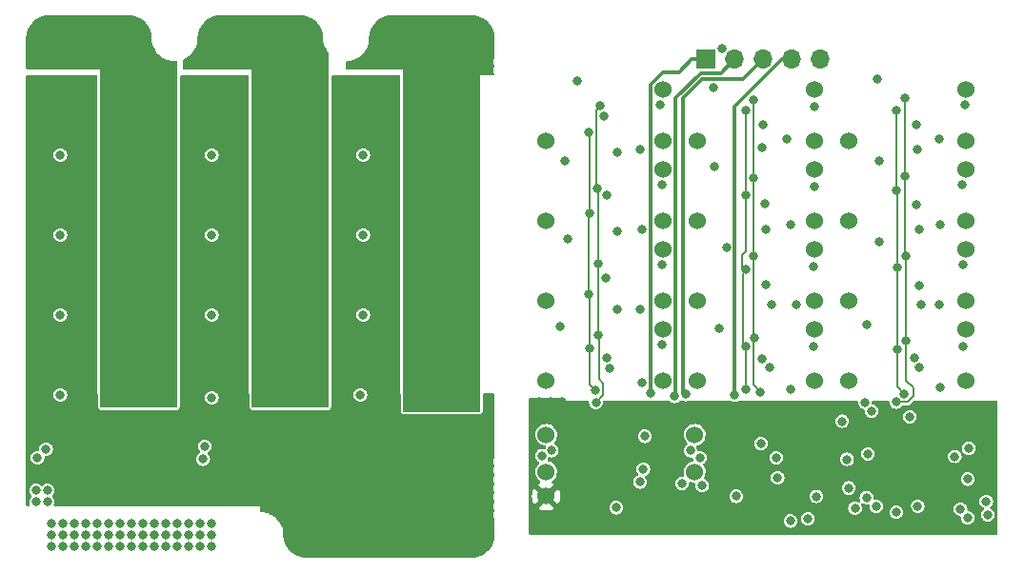
<source format=gbr>
%TF.GenerationSoftware,KiCad,Pcbnew,6.0.9-1.fc36*%
%TF.CreationDate,2022-11-17T16:54:59+00:00*%
%TF.ProjectId,esc,6573632e-6b69-4636-9164-5f7063625858,rev?*%
%TF.SameCoordinates,Original*%
%TF.FileFunction,Copper,L3,Inr*%
%TF.FilePolarity,Positive*%
%FSLAX46Y46*%
G04 Gerber Fmt 4.6, Leading zero omitted, Abs format (unit mm)*
G04 Created by KiCad (PCBNEW 6.0.9-1.fc36) date 2022-11-17 16:54:59*
%MOMM*%
%LPD*%
G01*
G04 APERTURE LIST*
%TA.AperFunction,ComponentPad*%
%ADD10C,1.524000*%
%TD*%
%TA.AperFunction,ComponentPad*%
%ADD11R,1.700000X1.700000*%
%TD*%
%TA.AperFunction,ComponentPad*%
%ADD12O,1.700000X1.700000*%
%TD*%
%TA.AperFunction,ViaPad*%
%ADD13C,0.800000*%
%TD*%
%TA.AperFunction,Conductor*%
%ADD14C,0.400000*%
%TD*%
%TA.AperFunction,Conductor*%
%ADD15C,0.300000*%
%TD*%
%TA.AperFunction,Conductor*%
%ADD16C,0.200000*%
%TD*%
G04 APERTURE END LIST*
D10*
%TO.N,Net-(C42-Pad2)*%
%TO.C,J67*%
X135128000Y-104648000D03*
%TD*%
%TO.N,Net-(D29-Pad2)*%
%TO.C,J62*%
X124714000Y-116332000D03*
%TD*%
%TO.N,Net-(D31-Pad2)*%
%TO.C,J66*%
X135128000Y-109220000D03*
%TD*%
%TO.N,Net-(D7-Pad2)*%
%TO.C,J18*%
X108204000Y-109220000D03*
%TD*%
%TO.N,Net-(D4-Pad2)*%
%TO.C,J12*%
X108204000Y-116332000D03*
%TD*%
%TO.N,Net-(D19-Pad2)*%
%TO.C,J42*%
X121666000Y-109220000D03*
%TD*%
%TO.N,Net-(J87-Pad1)*%
%TO.C,J87*%
X110998000Y-124460000D03*
%TD*%
%TO.N,Net-(D16-Pad2)*%
%TO.C,J36*%
X121666000Y-116332000D03*
%TD*%
D11*
%TO.N,+3V3*%
%TO.C,J7*%
X112014000Y-87757000D03*
D12*
%TO.N,Net-(J7-Pad2)*%
X114554000Y-87757000D03*
%TO.N,Net-(J7-Pad3)*%
X117094000Y-87757000D03*
%TO.N,Net-(J7-Pad4)*%
X119634000Y-87757000D03*
%TO.N,GND*%
X122174000Y-87757000D03*
%TD*%
D10*
%TO.N,Net-(D22-Pad2)*%
%TO.C,J48*%
X121666000Y-102108000D03*
%TD*%
%TO.N,Net-(D8-Pad2)*%
%TO.C,J20*%
X97790000Y-109220000D03*
%TD*%
%TO.N,Net-(C38-Pad2)*%
%TO.C,J55*%
X121666000Y-90424000D03*
%TD*%
%TO.N,Net-(D20-Pad2)*%
%TO.C,J44*%
X111252000Y-109220000D03*
%TD*%
%TO.N,Net-(C32-Pad2)*%
%TO.C,J37*%
X121666000Y-111760000D03*
%TD*%
%TO.N,Net-(D34-Pad2)*%
%TO.C,J72*%
X135128000Y-102108000D03*
%TD*%
%TO.N,Net-(C28-Pad2)*%
%TO.C,J25*%
X108204000Y-97536000D03*
%TD*%
%TO.N,Net-(D13-Pad2)*%
%TO.C,J30*%
X108204000Y-94996000D03*
%TD*%
%TO.N,Net-(C26-Pad2)*%
%TO.C,J19*%
X108204000Y-104648000D03*
%TD*%
%TO.N,Net-(D38-Pad2)*%
%TO.C,J80*%
X124714000Y-94996000D03*
%TD*%
%TO.N,Net-(D32-Pad2)*%
%TO.C,J68*%
X124714000Y-109220000D03*
%TD*%
%TO.N,Net-(J85-Pad1)*%
%TO.C,J85*%
X97790000Y-124460000D03*
%TD*%
%TO.N,Net-(D5-Pad2)*%
%TO.C,J14*%
X97790000Y-116332000D03*
%TD*%
%TO.N,Net-(D35-Pad2)*%
%TO.C,J74*%
X124714000Y-102108000D03*
%TD*%
%TO.N,Net-(C44-Pad2)*%
%TO.C,J73*%
X135128000Y-97536000D03*
%TD*%
%TO.N,Net-(C34-Pad2)*%
%TO.C,J43*%
X121666000Y-104648000D03*
%TD*%
%TO.N,Net-(D10-Pad2)*%
%TO.C,J24*%
X108204000Y-102108000D03*
%TD*%
%TO.N,Net-(D25-Pad2)*%
%TO.C,J54*%
X121666000Y-94996000D03*
%TD*%
%TO.N,Net-(D37-Pad2)*%
%TO.C,J78*%
X135128000Y-94996000D03*
%TD*%
%TO.N,GND*%
%TO.C,J89*%
X97790000Y-126619000D03*
%TD*%
%TO.N,Net-(J86-Pad1)*%
%TO.C,J86*%
X110998000Y-121158000D03*
%TD*%
%TO.N,Net-(C30-Pad2)*%
%TO.C,J31*%
X108204000Y-90424000D03*
%TD*%
%TO.N,Net-(D26-Pad2)*%
%TO.C,J56*%
X111252000Y-94996000D03*
%TD*%
%TO.N,Net-(C46-Pad2)*%
%TO.C,J79*%
X135128000Y-90424000D03*
%TD*%
%TO.N,Net-(D14-Pad2)*%
%TO.C,J32*%
X97790000Y-94996000D03*
%TD*%
%TO.N,Net-(C24-Pad2)*%
%TO.C,J13*%
X108204000Y-111760000D03*
%TD*%
%TO.N,Net-(D11-Pad2)*%
%TO.C,J26*%
X97790000Y-102108000D03*
%TD*%
%TO.N,Net-(D23-Pad2)*%
%TO.C,J50*%
X111252000Y-102108000D03*
%TD*%
%TO.N,Net-(D17-Pad2)*%
%TO.C,J38*%
X111252000Y-116332000D03*
%TD*%
%TO.N,Net-(D28-Pad2)*%
%TO.C,J60*%
X135128000Y-116332000D03*
%TD*%
%TO.N,Net-(J84-Pad1)*%
%TO.C,J84*%
X97790000Y-121158000D03*
%TD*%
%TO.N,Net-(C36-Pad2)*%
%TO.C,J49*%
X121666000Y-97536000D03*
%TD*%
%TO.N,Net-(C40-Pad2)*%
%TO.C,J61*%
X135128000Y-111760000D03*
%TD*%
D13*
%TO.N,VDD*%
X88900000Y-131064000D03*
X69215000Y-100838000D03*
X86868000Y-130048000D03*
X84836000Y-130048000D03*
X86868000Y-129032000D03*
X85852000Y-131064000D03*
X76708000Y-130048000D03*
X83820000Y-130048000D03*
X68199000Y-100838000D03*
X82804000Y-107950000D03*
X81788000Y-93726000D03*
X77724000Y-130048000D03*
X87884000Y-131064000D03*
X89916000Y-131064000D03*
X78740000Y-130048000D03*
X69342000Y-93726000D03*
X77724000Y-129032000D03*
X79756000Y-131064000D03*
X68326000Y-107950000D03*
X86868000Y-131064000D03*
X55880000Y-115062000D03*
X69342000Y-107950000D03*
X54864000Y-100838000D03*
X84836000Y-131064000D03*
X89916000Y-129032000D03*
X81788000Y-129032000D03*
X82804000Y-93726000D03*
X68326000Y-93726000D03*
X87884000Y-130048000D03*
X88900000Y-129032000D03*
X81788000Y-115062000D03*
X76708000Y-129032000D03*
X81788000Y-131064000D03*
X54864000Y-115062000D03*
X55880000Y-93726000D03*
X90932000Y-130048000D03*
X77724000Y-131064000D03*
X81788000Y-130048000D03*
X85852000Y-130048000D03*
X90932000Y-129032000D03*
X80772000Y-129032000D03*
X55880000Y-107950000D03*
X55880000Y-100838000D03*
X79756000Y-129032000D03*
X78740000Y-129032000D03*
X83820000Y-129032000D03*
X54864000Y-107950000D03*
X69342000Y-115062000D03*
X82804000Y-129032000D03*
X82804000Y-130048000D03*
X81788000Y-100838000D03*
X68326000Y-115062000D03*
X80772000Y-131064000D03*
X82804000Y-131064000D03*
X85852000Y-129032000D03*
X79756000Y-130048000D03*
X84836000Y-129032000D03*
X87884000Y-129032000D03*
X81788000Y-107950000D03*
X89916000Y-130048000D03*
X90932000Y-131064000D03*
X82804000Y-115062000D03*
X76708000Y-131064000D03*
X88900000Y-130048000D03*
X83820000Y-131064000D03*
X78740000Y-131064000D03*
X82804000Y-100838000D03*
X54864000Y-93726000D03*
X80772000Y-130048000D03*
%TO.N,/Phases/PHASE_A*%
X57658000Y-85852000D03*
X63246000Y-100838000D03*
X64262000Y-113030000D03*
X54610000Y-86868000D03*
X58674000Y-85852000D03*
X64262000Y-114046000D03*
X53594000Y-85852000D03*
X64262000Y-115062000D03*
X64262000Y-100838000D03*
X56642000Y-84836000D03*
X62230000Y-92710000D03*
X63246000Y-114046000D03*
X62230000Y-105918000D03*
X60706000Y-85852000D03*
X56642000Y-86868000D03*
X64262000Y-105918000D03*
X63246000Y-91694000D03*
X64262000Y-107950000D03*
X64262000Y-99822000D03*
X58674000Y-86868000D03*
X64262000Y-93726000D03*
X64262000Y-91694000D03*
X64262000Y-98806000D03*
X59690000Y-85852000D03*
X55626000Y-86868000D03*
X63246000Y-105918000D03*
X62230000Y-91694000D03*
X55626000Y-85852000D03*
X63246000Y-115062000D03*
X62230000Y-106934000D03*
X59690000Y-86868000D03*
X63246000Y-107950000D03*
X64262000Y-92710000D03*
X62230000Y-99822000D03*
X63246000Y-98806000D03*
X63246000Y-93726000D03*
X63246000Y-113030000D03*
X58674000Y-84836000D03*
X54610000Y-84836000D03*
X55626000Y-84836000D03*
X63246000Y-92710000D03*
X62230000Y-100838000D03*
X53594000Y-86868000D03*
X62230000Y-98806000D03*
X63246000Y-106934000D03*
X64262000Y-106934000D03*
X57658000Y-84836000D03*
X60706000Y-84836000D03*
X63246000Y-99822000D03*
X62230000Y-114046000D03*
X59690000Y-84836000D03*
X56642000Y-85852000D03*
X60706000Y-86868000D03*
X62230000Y-113030000D03*
X62230000Y-115062000D03*
X54610000Y-85852000D03*
X62230000Y-93726000D03*
X62230000Y-107950000D03*
X53594000Y-84836000D03*
X57658000Y-86868000D03*
%TO.N,/Phases/Phase A/BRIDGE_LOW*%
X53340000Y-122428000D03*
%TO.N,/Phases/PHASE_B*%
X76708000Y-91694000D03*
X75692000Y-115062000D03*
X74930000Y-84836000D03*
X75946000Y-84836000D03*
X76708000Y-100838000D03*
X74930000Y-85852000D03*
X75692000Y-100838000D03*
X75692000Y-107950000D03*
X75692000Y-106934000D03*
X77724000Y-115062000D03*
X74930000Y-86868000D03*
X73914000Y-86868000D03*
X77724000Y-106934000D03*
X71882000Y-86868000D03*
X76708000Y-99822000D03*
X76708000Y-114046000D03*
X71882000Y-84836000D03*
X71882000Y-85852000D03*
X76708000Y-106934000D03*
X72898000Y-85852000D03*
X73914000Y-84836000D03*
X75692000Y-99822000D03*
X75946000Y-86868000D03*
X77724000Y-99822000D03*
X76708000Y-92710000D03*
X75692000Y-92710000D03*
X69850000Y-86868000D03*
X76708000Y-93726000D03*
X77724000Y-113030000D03*
X77724000Y-100838000D03*
X75692000Y-105918000D03*
X77724000Y-105918000D03*
X70866000Y-84836000D03*
X76708000Y-107950000D03*
X73914000Y-85852000D03*
X68834000Y-85852000D03*
X68834000Y-84836000D03*
X75692000Y-91694000D03*
X72898000Y-86868000D03*
X77724000Y-98806000D03*
X76708000Y-105918000D03*
X75692000Y-113030000D03*
X68834000Y-86868000D03*
X76708000Y-98806000D03*
X77724000Y-92710000D03*
X77724000Y-114046000D03*
X72898000Y-84836000D03*
X76708000Y-115062000D03*
X69850000Y-84836000D03*
X76708000Y-113030000D03*
X70866000Y-85852000D03*
X69850000Y-85852000D03*
X77724000Y-91694000D03*
X75692000Y-114046000D03*
X75692000Y-98806000D03*
X75692000Y-93726000D03*
X77724000Y-107950000D03*
X77724000Y-93726000D03*
X75946000Y-85852000D03*
X70866000Y-86868000D03*
%TO.N,/Phases/Phase B/BRIDGE_LOW*%
X67437000Y-122174000D03*
%TO.N,/Phases/PHASE_C*%
X90170000Y-107950000D03*
X91186000Y-106934000D03*
X90170000Y-113030000D03*
X84074000Y-84836000D03*
X90170000Y-105918000D03*
X91186000Y-105918000D03*
X91186000Y-98806000D03*
X89154000Y-106934000D03*
X89154000Y-113030000D03*
X90170000Y-93726000D03*
X91186000Y-86868000D03*
X87122000Y-86868000D03*
X91186000Y-114046000D03*
X89154000Y-105918000D03*
X84074000Y-85852000D03*
X89154000Y-84836000D03*
X90170000Y-99822000D03*
X91186000Y-92710000D03*
X90170000Y-86868000D03*
X91186000Y-85852000D03*
X89154000Y-86868000D03*
X89154000Y-115062000D03*
X90170000Y-91694000D03*
X84074000Y-86868000D03*
X90170000Y-114046000D03*
X88138000Y-86868000D03*
X86106000Y-86868000D03*
X89154000Y-92710000D03*
X90170000Y-115062000D03*
X89154000Y-91694000D03*
X90170000Y-106934000D03*
X87122000Y-85852000D03*
X88138000Y-85852000D03*
X91186000Y-84836000D03*
X89154000Y-99822000D03*
X86106000Y-84836000D03*
X91186000Y-100838000D03*
X91186000Y-93726000D03*
X91186000Y-107950000D03*
X90170000Y-85852000D03*
X90170000Y-98806000D03*
X90170000Y-100838000D03*
X88138000Y-84836000D03*
X91186000Y-91694000D03*
X85090000Y-85852000D03*
X91186000Y-99822000D03*
X89154000Y-114046000D03*
X89154000Y-98806000D03*
X85090000Y-86868000D03*
X85090000Y-84836000D03*
X87122000Y-84836000D03*
X91186000Y-115062000D03*
X89154000Y-93726000D03*
X86106000Y-85852000D03*
X91186000Y-113030000D03*
X90170000Y-84836000D03*
X89154000Y-100838000D03*
X90170000Y-92710000D03*
X89154000Y-107950000D03*
X89154000Y-85852000D03*
%TO.N,GNDPWR*%
X52578000Y-123190000D03*
X57912000Y-130048000D03*
X68072000Y-129032000D03*
X66040000Y-131064000D03*
X68072000Y-130048000D03*
X65024000Y-130048000D03*
X66040000Y-130048000D03*
X64008000Y-130048000D03*
X57912000Y-129032000D03*
X68072000Y-131064000D03*
X61976000Y-130048000D03*
X62992000Y-129032000D03*
X59944000Y-130048000D03*
X58928000Y-130048000D03*
X53467000Y-127127000D03*
X53848000Y-131064000D03*
X60960000Y-131064000D03*
X55880000Y-131064000D03*
X61976000Y-129032000D03*
X67056000Y-129032000D03*
X59944000Y-131064000D03*
X67056000Y-130048000D03*
X64008000Y-131064000D03*
X58928000Y-129032000D03*
X59944000Y-129032000D03*
X65024000Y-131064000D03*
X64008000Y-129032000D03*
X56896000Y-131064000D03*
X55880000Y-130048000D03*
X53848000Y-130048000D03*
X52451000Y-127127000D03*
X67056000Y-131064000D03*
X53848000Y-129032000D03*
X61976000Y-131064000D03*
X53467000Y-126111000D03*
X56896000Y-130048000D03*
X54864000Y-129032000D03*
X57912000Y-131064000D03*
X62992000Y-130048000D03*
X67310000Y-123317000D03*
X60960000Y-129032000D03*
X54864000Y-130048000D03*
X65024000Y-129032000D03*
X62992000Y-131064000D03*
X55880000Y-129032000D03*
X52451000Y-126111000D03*
X60960000Y-130048000D03*
X56896000Y-129032000D03*
X66040000Y-129032000D03*
X58928000Y-131064000D03*
X54864000Y-131064000D03*
%TO.N,/Phases/A_CURRENT_SENSE*%
X125243037Y-127682793D03*
X106112965Y-125349000D03*
%TO.N,GND*%
X129895955Y-127896571D03*
X130599999Y-118654951D03*
X134112000Y-124079000D03*
X108068525Y-98890745D03*
X122288000Y-125108000D03*
X110278500Y-119888000D03*
X108077000Y-106045000D03*
X106553000Y-119273501D03*
X121666000Y-91948000D03*
X98171000Y-118237000D03*
X121666000Y-99060000D03*
X107950000Y-91821000D03*
X134874000Y-106045000D03*
X136906000Y-122174000D03*
X135001000Y-91821000D03*
X121539000Y-113284000D03*
X108077000Y-113157000D03*
X134747000Y-98933000D03*
X134874000Y-113284000D03*
X97155000Y-118237000D03*
X115443000Y-128332500D03*
X100812500Y-126790827D03*
X99187000Y-118237000D03*
X113463138Y-86802496D03*
X121539000Y-106172000D03*
%TO.N,+3V3*%
X109855000Y-125476000D03*
X128905683Y-128032096D03*
X130122325Y-119532919D03*
X134112000Y-123079497D03*
X136906000Y-127070500D03*
X121793000Y-126631500D03*
X107061000Y-117475000D03*
X114681000Y-126619000D03*
X135349810Y-122343074D03*
%TO.N,/Phases/B_CURRENT_SENSE*%
X124686002Y-125878390D03*
X118364000Y-124968000D03*
%TO.N,+5V*%
X104013000Y-127635000D03*
%TO.N,+3.3VA*%
X106553000Y-121285000D03*
X126262525Y-126723795D03*
X111659204Y-125650167D03*
X116880125Y-121909125D03*
%TO.N,GNDA*%
X118237000Y-123190000D03*
X106426000Y-124206000D03*
X127127000Y-127508000D03*
%TO.N,+12V*%
X106311500Y-116491739D03*
X132752500Y-94851067D03*
X119211000Y-94869000D03*
X106172000Y-109982000D03*
X132753373Y-109582500D03*
X132842000Y-102489000D03*
X132842000Y-116967000D03*
X120038028Y-109582500D03*
X119507000Y-102489000D03*
X119507000Y-117094000D03*
X106172000Y-95758000D03*
X106311500Y-102842217D03*
X124115017Y-119944729D03*
%TO.N,Net-(C24-Pad1)*%
X103467091Y-115254547D03*
%TO.N,Net-(C26-Pad1)*%
X104077500Y-110006358D03*
%TO.N,Net-(C28-Pad1)*%
X104077500Y-103078027D03*
%TO.N,Net-(C30-Pad1)*%
X104077500Y-96024400D03*
%TO.N,Net-(C32-Pad1)*%
X117642428Y-115164727D03*
%TO.N,Net-(C34-Pad1)*%
X117800713Y-109582500D03*
%TO.N,Net-(C36-Pad1)*%
X117348000Y-102870000D03*
%TO.N,Net-(C38-Pad1)*%
X116967000Y-95631000D03*
%TO.N,Net-(C40-Pad1)*%
X130968375Y-115176916D03*
%TO.N,Net-(C42-Pad1)*%
X131115102Y-109582500D03*
%TO.N,Net-(C44-Pad1)*%
X130937000Y-102870000D03*
%TO.N,Net-(C46-Pad1)*%
X130810000Y-95758000D03*
%TO.N,Net-(D4-Pad1)*%
X103188500Y-114294655D03*
%TO.N,Net-(D5-Pad1)*%
X99060000Y-111506000D03*
%TO.N,Net-(D7-Pad1)*%
X103124000Y-107188000D03*
%TO.N,Net-(D8-Pad1)*%
X99695000Y-103759000D03*
%TO.N,Net-(D10-Pad1)*%
X103162113Y-99849437D03*
%TO.N,Net-(D11-Pad1)*%
X99441000Y-96774000D03*
%TO.N,Net-(D13-Pad1)*%
X102934500Y-92843463D03*
%TO.N,Net-(D14-Pad1)*%
X100584000Y-89662000D03*
%TO.N,Net-(D16-Pad1)*%
X116968065Y-114427000D03*
%TO.N,Net-(D17-Pad1)*%
X113134010Y-111681001D03*
%TO.N,Net-(D19-Pad1)*%
X117348000Y-107823000D03*
%TO.N,Net-(D20-Pad1)*%
X113804500Y-104470071D03*
%TO.N,Net-(D22-Pad1)*%
X117221000Y-100586972D03*
%TO.N,Net-(D23-Pad1)*%
X112776000Y-97282000D03*
%TO.N,Net-(D25-Pad1)*%
X117094000Y-93599000D03*
%TO.N,Net-(D26-Pad1)*%
X112644385Y-90304692D03*
%TO.N,Net-(D28-Pad1)*%
X130488767Y-114300000D03*
%TO.N,Net-(D29-Pad1)*%
X126259972Y-111304806D03*
%TO.N,Net-(D31-Pad1)*%
X130937000Y-107866498D03*
%TO.N,Net-(D32-Pad1)*%
X127381000Y-104013000D03*
%TO.N,Net-(D34-Pad1)*%
X130683000Y-100711000D03*
%TO.N,Net-(D35-Pad1)*%
X127381000Y-96774000D03*
%TO.N,Net-(D37-Pad1)*%
X130683000Y-93599000D03*
%TO.N,Net-(D38-Pad1)*%
X127254000Y-89535000D03*
%TO.N,/~{MCLR}*%
X135255000Y-125095000D03*
X137033000Y-128270000D03*
X126397016Y-122841016D03*
%TO.N,/Phases/A_HIN*%
X101667907Y-113451190D03*
X101535500Y-94234000D03*
X101600241Y-108628321D03*
X101655500Y-101470525D03*
X102170500Y-117221000D03*
%TO.N,/Phases/~{A_LIN}*%
X102374500Y-105930500D03*
X102214103Y-118253846D03*
X102383977Y-112289977D03*
X102355000Y-99259883D03*
X102599453Y-91893253D03*
%TO.N,/Phases/B_HIN*%
X115505500Y-106426000D03*
X115505500Y-113331031D03*
X115557500Y-99837472D03*
X115505500Y-92325384D03*
X115570000Y-117094000D03*
%TO.N,/Phases/~{B_LIN}*%
X116257937Y-91350074D03*
X116205000Y-105283000D03*
X116268565Y-112522947D03*
X116257000Y-98290694D03*
X116840000Y-117348000D03*
%TO.N,/Phases/C_HIN*%
X129594527Y-117513415D03*
X128967500Y-113524613D03*
X128905000Y-99441000D03*
X128905000Y-92329000D03*
X129025060Y-106273001D03*
%TO.N,/Phases/~{C_LIN}*%
X129667000Y-91186000D03*
X129724560Y-105283000D03*
X129667000Y-98171000D03*
X129789267Y-112772862D03*
X128905006Y-118236994D03*
%TO.N,Net-(J84-Pad1)*%
X98298000Y-122555000D03*
%TO.N,Net-(J85-Pad1)*%
X97403905Y-123001766D03*
%TO.N,Net-(J7-Pad2)*%
X109220000Y-117729000D03*
%TO.N,Net-(J7-Pad3)*%
X110205904Y-117564683D03*
%TO.N,Net-(J7-Pad4)*%
X114554000Y-117602000D03*
%TO.N,Net-(J17-Pad1)*%
X54610000Y-117602000D03*
%TO.N,Net-(J23-Pad1)*%
X54610000Y-110490000D03*
%TO.N,Net-(J29-Pad1)*%
X54610000Y-103378000D03*
%TO.N,Net-(J35-Pad1)*%
X54610000Y-96266000D03*
%TO.N,Net-(J41-Pad1)*%
X68072000Y-103378000D03*
%TO.N,Net-(J47-Pad1)*%
X68072000Y-110490000D03*
%TO.N,Net-(J53-Pad1)*%
X68072000Y-117856000D03*
%TO.N,Net-(J59-Pad1)*%
X68072000Y-96266000D03*
%TO.N,Net-(J65-Pad1)*%
X81279998Y-117602000D03*
%TO.N,Net-(J71-Pad1)*%
X81534000Y-110490000D03*
%TO.N,Net-(J77-Pad1)*%
X81534000Y-103378000D03*
%TO.N,Net-(J83-Pad1)*%
X81534000Y-96266000D03*
%TO.N,Net-(J86-Pad1)*%
X110617000Y-122555000D03*
%TO.N,Net-(J87-Pad1)*%
X111448636Y-123200946D03*
%TO.N,/I2C_SCL*%
X135259866Y-128529839D03*
X119507000Y-128817457D03*
%TO.N,/I2C_SDA*%
X134620000Y-127762000D03*
X121065895Y-128621074D03*
%TO.N,/QEI_A{slash}HALL_A*%
X124542784Y-123329500D03*
X130815791Y-127505539D03*
%TO.N,/QEI_B{slash}HALL_B*%
X126105611Y-118250866D03*
%TO.N,/HOME{slash}HALL_C*%
X126715143Y-119042999D03*
%TD*%
D14*
%TO.N,GND*%
X130599999Y-118654951D02*
X130646049Y-118654951D01*
D15*
%TO.N,+3V3*%
X110744000Y-87757000D02*
X112014000Y-87757000D01*
X109601000Y-88900000D02*
X110744000Y-87757000D01*
X108155394Y-88900000D02*
X109601000Y-88900000D01*
X107061000Y-117475000D02*
X107061000Y-89994394D01*
X107061000Y-89994394D02*
X108155394Y-88900000D01*
D16*
%TO.N,/Phases/A_HIN*%
X101667907Y-108695987D02*
X101600241Y-108628321D01*
X101655500Y-101470525D02*
X101655500Y-94354000D01*
X101600241Y-101525784D02*
X101655500Y-101470525D01*
X101600241Y-108628321D02*
X101600241Y-101525784D01*
X101667907Y-116718407D02*
X102170500Y-117221000D01*
X101667907Y-113451190D02*
X101667907Y-116718407D01*
X101655500Y-94354000D02*
X101535500Y-94234000D01*
X101667907Y-113451190D02*
X101667907Y-108695987D01*
%TO.N,/Phases/~{A_LIN}*%
X102489000Y-116205000D02*
X102870000Y-116586000D01*
X102374500Y-112280500D02*
X102383977Y-112289977D01*
X102235000Y-92257706D02*
X102599453Y-91893253D01*
X102355000Y-99259883D02*
X102374500Y-99279383D01*
X102374500Y-99279383D02*
X102374500Y-105930500D01*
X102374500Y-105930500D02*
X102374500Y-112280500D01*
X102383977Y-112289977D02*
X102489000Y-112395000D01*
X102870000Y-116586000D02*
X102870000Y-117597949D01*
X102489000Y-112395000D02*
X102489000Y-116205000D01*
X102355000Y-99259883D02*
X102235000Y-99139883D01*
X102870000Y-117597949D02*
X102214103Y-118253846D01*
X102235000Y-99139883D02*
X102235000Y-92257706D01*
%TO.N,/Phases/B_HIN*%
X115189000Y-105156690D02*
X115189000Y-106426000D01*
X115557500Y-99837472D02*
X115557500Y-104788190D01*
X115557500Y-99837472D02*
X115557500Y-92377384D01*
X115316000Y-113141531D02*
X115505500Y-113331031D01*
X115316000Y-106807000D02*
X115316000Y-113141531D01*
X115557500Y-92377384D02*
X115505500Y-92325384D01*
X115557500Y-104788190D02*
X115189000Y-105156690D01*
X115570000Y-117094000D02*
X115570000Y-113395531D01*
X115570000Y-113395531D02*
X115505500Y-113331031D01*
%TO.N,/Phases/~{B_LIN}*%
X116205000Y-116713000D02*
X116840000Y-117348000D01*
X116257000Y-98290694D02*
X116257000Y-105231000D01*
X116205000Y-112586512D02*
X116205000Y-116713000D01*
X116257000Y-105231000D02*
X116205000Y-105283000D01*
X116205000Y-105283000D02*
X116205000Y-112459382D01*
X116205000Y-98238694D02*
X116205000Y-91403011D01*
X116257000Y-98290694D02*
X116205000Y-98238694D01*
X116268565Y-112522947D02*
X116205000Y-112586512D01*
X116205000Y-112459382D02*
X116268565Y-112522947D01*
X116205000Y-91403011D02*
X116257937Y-91350074D01*
%TO.N,/Phases/C_HIN*%
X128967500Y-116886388D02*
X128967500Y-113524613D01*
X128905000Y-99441000D02*
X128905000Y-92329000D01*
X128967500Y-113524613D02*
X128967500Y-106330561D01*
X129025060Y-99561060D02*
X128905000Y-99441000D01*
X129025060Y-106273001D02*
X129025060Y-99561060D01*
X128967500Y-106330561D02*
X129025060Y-106273001D01*
X129594527Y-117513415D02*
X128967500Y-116886388D01*
%TO.N,/Phases/~{C_LIN}*%
X128905006Y-118236994D02*
X128905012Y-118237000D01*
X129789267Y-116327267D02*
X129789267Y-112772862D01*
X130429000Y-116967000D02*
X129789267Y-116327267D01*
X129667000Y-91186000D02*
X129667000Y-98171000D01*
X129667000Y-98171000D02*
X129667000Y-105225440D01*
X130429000Y-117729000D02*
X130429000Y-116967000D01*
X129921000Y-118237000D02*
X130429000Y-117729000D01*
X129724560Y-112708155D02*
X129789267Y-112772862D01*
X129667000Y-105225440D02*
X129724560Y-105283000D01*
X128905012Y-118237000D02*
X129921000Y-118237000D01*
X129724560Y-105283000D02*
X129724560Y-112708155D01*
D15*
%TO.N,Net-(J7-Pad2)*%
X109220000Y-117729000D02*
X109316000Y-117633000D01*
X109316000Y-117633000D02*
X109316000Y-91161402D01*
X109316000Y-91161402D02*
X111520402Y-88957000D01*
X113354000Y-88957000D02*
X114554000Y-87757000D01*
X111520402Y-88957000D02*
X113354000Y-88957000D01*
%TO.N,Net-(J7-Pad3)*%
X111648804Y-89535000D02*
X109982000Y-91201804D01*
X109982000Y-117340779D02*
X110205904Y-117564683D01*
X115316000Y-89535000D02*
X111648804Y-89535000D01*
X117094000Y-87757000D02*
X115316000Y-89535000D01*
X109982000Y-91201804D02*
X109982000Y-117340779D01*
%TO.N,Net-(J7-Pad4)*%
X114554000Y-91994057D02*
X118791057Y-87757000D01*
X114554000Y-117602000D02*
X114554000Y-91994057D01*
X118791057Y-87757000D02*
X119634000Y-87757000D01*
%TD*%
%TA.AperFunction,Conductor*%
%TO.N,VDD*%
G36*
X57854121Y-89174002D02*
G01*
X57900614Y-89227658D01*
X57912000Y-89280000D01*
X57912000Y-117475000D01*
X57918561Y-117475000D01*
X57955396Y-117532318D01*
X57960500Y-117567815D01*
X57960500Y-118619000D01*
X57965196Y-118662681D01*
X57976582Y-118715023D01*
X57979070Y-118725203D01*
X58022079Y-118805916D01*
X58068572Y-118859572D01*
X58086165Y-118877527D01*
X58165983Y-118922174D01*
X58186588Y-118928224D01*
X58229781Y-118940907D01*
X58229785Y-118940908D01*
X58234104Y-118942176D01*
X58238552Y-118942816D01*
X58238559Y-118942817D01*
X58287552Y-118949861D01*
X58287559Y-118949862D01*
X58292000Y-118950500D01*
X64898000Y-118950500D01*
X64901346Y-118950140D01*
X64901351Y-118950140D01*
X64938317Y-118946166D01*
X64938323Y-118946165D01*
X64941681Y-118945804D01*
X64994023Y-118934418D01*
X64994717Y-118934248D01*
X64994736Y-118934244D01*
X64995870Y-118933967D01*
X65004203Y-118931930D01*
X65084916Y-118888921D01*
X65098066Y-118877527D01*
X65137111Y-118843694D01*
X65137112Y-118843693D01*
X65138572Y-118842428D01*
X65156527Y-118824835D01*
X65201174Y-118745017D01*
X65221176Y-118676896D01*
X65221817Y-118672441D01*
X65228861Y-118623448D01*
X65228862Y-118623441D01*
X65229500Y-118619000D01*
X65229500Y-117856000D01*
X67466318Y-117856000D01*
X67486956Y-118012762D01*
X67547464Y-118158841D01*
X67643718Y-118284282D01*
X67769159Y-118380536D01*
X67915238Y-118441044D01*
X68072000Y-118461682D01*
X68080188Y-118460604D01*
X68220574Y-118442122D01*
X68228762Y-118441044D01*
X68374841Y-118380536D01*
X68500282Y-118284282D01*
X68596536Y-118158841D01*
X68657044Y-118012762D01*
X68677682Y-117856000D01*
X68657044Y-117699238D01*
X68596536Y-117553159D01*
X68500282Y-117427718D01*
X68374841Y-117331464D01*
X68228762Y-117270956D01*
X68072000Y-117250318D01*
X67915238Y-117270956D01*
X67769159Y-117331464D01*
X67643718Y-117427718D01*
X67547464Y-117553159D01*
X67486956Y-117699238D01*
X67466318Y-117856000D01*
X65229500Y-117856000D01*
X65229500Y-117570174D01*
X65249502Y-117502053D01*
X65260275Y-117487662D01*
X65271247Y-117475000D01*
X65278000Y-117475000D01*
X65278000Y-110490000D01*
X67466318Y-110490000D01*
X67486956Y-110646762D01*
X67547464Y-110792841D01*
X67643718Y-110918282D01*
X67769159Y-111014536D01*
X67915238Y-111075044D01*
X68072000Y-111095682D01*
X68080188Y-111094604D01*
X68220574Y-111076122D01*
X68228762Y-111075044D01*
X68374841Y-111014536D01*
X68500282Y-110918282D01*
X68596536Y-110792841D01*
X68657044Y-110646762D01*
X68677682Y-110490000D01*
X68657044Y-110333238D01*
X68596536Y-110187159D01*
X68500282Y-110061718D01*
X68374841Y-109965464D01*
X68228762Y-109904956D01*
X68072000Y-109884318D01*
X67915238Y-109904956D01*
X67769159Y-109965464D01*
X67643718Y-110061718D01*
X67547464Y-110187159D01*
X67486956Y-110333238D01*
X67466318Y-110490000D01*
X65278000Y-110490000D01*
X65278000Y-103378000D01*
X67466318Y-103378000D01*
X67486956Y-103534762D01*
X67547464Y-103680841D01*
X67643718Y-103806282D01*
X67769159Y-103902536D01*
X67915238Y-103963044D01*
X68072000Y-103983682D01*
X68080188Y-103982604D01*
X68220574Y-103964122D01*
X68228762Y-103963044D01*
X68374841Y-103902536D01*
X68500282Y-103806282D01*
X68596536Y-103680841D01*
X68657044Y-103534762D01*
X68677682Y-103378000D01*
X68657044Y-103221238D01*
X68596536Y-103075159D01*
X68500282Y-102949718D01*
X68374841Y-102853464D01*
X68228762Y-102792956D01*
X68072000Y-102772318D01*
X67915238Y-102792956D01*
X67769159Y-102853464D01*
X67643718Y-102949718D01*
X67547464Y-103075159D01*
X67486956Y-103221238D01*
X67466318Y-103378000D01*
X65278000Y-103378000D01*
X65278000Y-96266000D01*
X67466318Y-96266000D01*
X67486956Y-96422762D01*
X67547464Y-96568841D01*
X67643718Y-96694282D01*
X67769159Y-96790536D01*
X67915238Y-96851044D01*
X68072000Y-96871682D01*
X68080188Y-96870604D01*
X68220574Y-96852122D01*
X68228762Y-96851044D01*
X68374841Y-96790536D01*
X68500282Y-96694282D01*
X68596536Y-96568841D01*
X68657044Y-96422762D01*
X68677682Y-96266000D01*
X68657044Y-96109238D01*
X68596536Y-95963159D01*
X68500282Y-95837718D01*
X68374841Y-95741464D01*
X68228762Y-95680956D01*
X68072000Y-95660318D01*
X67915238Y-95680956D01*
X67769159Y-95741464D01*
X67643718Y-95837718D01*
X67547464Y-95963159D01*
X67486956Y-96109238D01*
X67466318Y-96266000D01*
X65278000Y-96266000D01*
X65278000Y-89280000D01*
X65298002Y-89211879D01*
X65351658Y-89165386D01*
X65404000Y-89154000D01*
X71248000Y-89154000D01*
X71316121Y-89174002D01*
X71362614Y-89227658D01*
X71374000Y-89280000D01*
X71374000Y-117475000D01*
X71380561Y-117475000D01*
X71417396Y-117532318D01*
X71422500Y-117567815D01*
X71422500Y-118619000D01*
X71427196Y-118662681D01*
X71438582Y-118715023D01*
X71441070Y-118725203D01*
X71484079Y-118805916D01*
X71530572Y-118859572D01*
X71548165Y-118877527D01*
X71627983Y-118922174D01*
X71648588Y-118928224D01*
X71691781Y-118940907D01*
X71691785Y-118940908D01*
X71696104Y-118942176D01*
X71700552Y-118942816D01*
X71700559Y-118942817D01*
X71749552Y-118949861D01*
X71749559Y-118949862D01*
X71754000Y-118950500D01*
X78360000Y-118950500D01*
X78363346Y-118950140D01*
X78363351Y-118950140D01*
X78400317Y-118946166D01*
X78400323Y-118946165D01*
X78403681Y-118945804D01*
X78456023Y-118934418D01*
X78456717Y-118934248D01*
X78456736Y-118934244D01*
X78457870Y-118933967D01*
X78466203Y-118931930D01*
X78546916Y-118888921D01*
X78560066Y-118877527D01*
X78599111Y-118843694D01*
X78599112Y-118843693D01*
X78600572Y-118842428D01*
X78618527Y-118824835D01*
X78663174Y-118745017D01*
X78683176Y-118676896D01*
X78683817Y-118672441D01*
X78690861Y-118623448D01*
X78690862Y-118623441D01*
X78691500Y-118619000D01*
X78691500Y-117602000D01*
X80674316Y-117602000D01*
X80694954Y-117758762D01*
X80755462Y-117904841D01*
X80851716Y-118030282D01*
X80977157Y-118126536D01*
X81123236Y-118187044D01*
X81279998Y-118207682D01*
X81288186Y-118206604D01*
X81428572Y-118188122D01*
X81436760Y-118187044D01*
X81582839Y-118126536D01*
X81708280Y-118030282D01*
X81804534Y-117904841D01*
X81865042Y-117758762D01*
X81885680Y-117602000D01*
X81865042Y-117445238D01*
X81804534Y-117299159D01*
X81708280Y-117173718D01*
X81582839Y-117077464D01*
X81436760Y-117016956D01*
X81279998Y-116996318D01*
X81123236Y-117016956D01*
X80977157Y-117077464D01*
X80851716Y-117173718D01*
X80755462Y-117299159D01*
X80694954Y-117445238D01*
X80674316Y-117602000D01*
X78691500Y-117602000D01*
X78691500Y-117570174D01*
X78711502Y-117502053D01*
X78722275Y-117487662D01*
X78733247Y-117475000D01*
X78740000Y-117475000D01*
X78740000Y-110490000D01*
X80928318Y-110490000D01*
X80948956Y-110646762D01*
X81009464Y-110792841D01*
X81105718Y-110918282D01*
X81231159Y-111014536D01*
X81377238Y-111075044D01*
X81534000Y-111095682D01*
X81542188Y-111094604D01*
X81682574Y-111076122D01*
X81690762Y-111075044D01*
X81836841Y-111014536D01*
X81962282Y-110918282D01*
X82058536Y-110792841D01*
X82119044Y-110646762D01*
X82139682Y-110490000D01*
X82119044Y-110333238D01*
X82058536Y-110187159D01*
X81962282Y-110061718D01*
X81836841Y-109965464D01*
X81690762Y-109904956D01*
X81534000Y-109884318D01*
X81377238Y-109904956D01*
X81231159Y-109965464D01*
X81105718Y-110061718D01*
X81009464Y-110187159D01*
X80948956Y-110333238D01*
X80928318Y-110490000D01*
X78740000Y-110490000D01*
X78740000Y-103378000D01*
X80928318Y-103378000D01*
X80948956Y-103534762D01*
X81009464Y-103680841D01*
X81105718Y-103806282D01*
X81231159Y-103902536D01*
X81377238Y-103963044D01*
X81534000Y-103983682D01*
X81542188Y-103982604D01*
X81682574Y-103964122D01*
X81690762Y-103963044D01*
X81836841Y-103902536D01*
X81962282Y-103806282D01*
X82058536Y-103680841D01*
X82119044Y-103534762D01*
X82139682Y-103378000D01*
X82119044Y-103221238D01*
X82058536Y-103075159D01*
X81962282Y-102949718D01*
X81836841Y-102853464D01*
X81690762Y-102792956D01*
X81534000Y-102772318D01*
X81377238Y-102792956D01*
X81231159Y-102853464D01*
X81105718Y-102949718D01*
X81009464Y-103075159D01*
X80948956Y-103221238D01*
X80928318Y-103378000D01*
X78740000Y-103378000D01*
X78740000Y-96266000D01*
X80928318Y-96266000D01*
X80948956Y-96422762D01*
X81009464Y-96568841D01*
X81105718Y-96694282D01*
X81231159Y-96790536D01*
X81377238Y-96851044D01*
X81534000Y-96871682D01*
X81542188Y-96870604D01*
X81682574Y-96852122D01*
X81690762Y-96851044D01*
X81836841Y-96790536D01*
X81962282Y-96694282D01*
X82058536Y-96568841D01*
X82119044Y-96422762D01*
X82139682Y-96266000D01*
X82119044Y-96109238D01*
X82058536Y-95963159D01*
X81962282Y-95837718D01*
X81836841Y-95741464D01*
X81690762Y-95680956D01*
X81534000Y-95660318D01*
X81377238Y-95680956D01*
X81231159Y-95741464D01*
X81105718Y-95837718D01*
X81009464Y-95963159D01*
X80948956Y-96109238D01*
X80928318Y-96266000D01*
X78740000Y-96266000D01*
X78740000Y-89280000D01*
X78760002Y-89211879D01*
X78813658Y-89165386D01*
X78866000Y-89154000D01*
X84710000Y-89154000D01*
X84778121Y-89174002D01*
X84824614Y-89227658D01*
X84836000Y-89280000D01*
X84836000Y-117475000D01*
X84842561Y-117475000D01*
X84879396Y-117532318D01*
X84884500Y-117567815D01*
X84884500Y-119000000D01*
X84889196Y-119043681D01*
X84900582Y-119096023D01*
X84903070Y-119106203D01*
X84946079Y-119186916D01*
X84992572Y-119240572D01*
X85010165Y-119258527D01*
X85089983Y-119303174D01*
X85110588Y-119309224D01*
X85153781Y-119321907D01*
X85153785Y-119321908D01*
X85158104Y-119323176D01*
X85162552Y-119323816D01*
X85162559Y-119323817D01*
X85211552Y-119330861D01*
X85211559Y-119330862D01*
X85216000Y-119331500D01*
X91822000Y-119331500D01*
X91825346Y-119331140D01*
X91825351Y-119331140D01*
X91862317Y-119327166D01*
X91862323Y-119327165D01*
X91865681Y-119326804D01*
X91918023Y-119315418D01*
X91918717Y-119315248D01*
X91918736Y-119315244D01*
X91919870Y-119314967D01*
X91928203Y-119312930D01*
X92008916Y-119269921D01*
X92022066Y-119258527D01*
X92061111Y-119224694D01*
X92061112Y-119224693D01*
X92062572Y-119223428D01*
X92080527Y-119205835D01*
X92125174Y-119126017D01*
X92145176Y-119057896D01*
X92145817Y-119053441D01*
X92152861Y-119004448D01*
X92152862Y-119004441D01*
X92153500Y-119000000D01*
X92153500Y-117601000D01*
X92173502Y-117532879D01*
X92227158Y-117486386D01*
X92279500Y-117475000D01*
X93091000Y-117475000D01*
X93159121Y-117495002D01*
X93205614Y-117548658D01*
X93217000Y-117601000D01*
X93217000Y-122167835D01*
X93216490Y-122174000D01*
X93213308Y-122174000D01*
X93217393Y-122215475D01*
X93218000Y-122227825D01*
X93218000Y-123100281D01*
X93197733Y-123168811D01*
X93139985Y-123257905D01*
X93098907Y-123395261D01*
X93098031Y-123538624D01*
X93137428Y-123676471D01*
X93184014Y-123750305D01*
X93198562Y-123773363D01*
X93218000Y-123840598D01*
X93218000Y-123900281D01*
X93197733Y-123968811D01*
X93139985Y-124057905D01*
X93098907Y-124195261D01*
X93098031Y-124338624D01*
X93137428Y-124476471D01*
X93198562Y-124573363D01*
X93218000Y-124640598D01*
X93218000Y-124700281D01*
X93197733Y-124768811D01*
X93139985Y-124857905D01*
X93098907Y-124995261D01*
X93098031Y-125138624D01*
X93137428Y-125276471D01*
X93198562Y-125373363D01*
X93218000Y-125440598D01*
X93218000Y-125500281D01*
X93197733Y-125568811D01*
X93139985Y-125657905D01*
X93098907Y-125795261D01*
X93098852Y-125804237D01*
X93098852Y-125804238D01*
X93098484Y-125864445D01*
X93098031Y-125938624D01*
X93137428Y-126076471D01*
X93198562Y-126173363D01*
X93218000Y-126240598D01*
X93218000Y-126300281D01*
X93197733Y-126368811D01*
X93139985Y-126457905D01*
X93098907Y-126595261D01*
X93098031Y-126738624D01*
X93137428Y-126876471D01*
X93191777Y-126962609D01*
X93198562Y-126973363D01*
X93218000Y-127040598D01*
X93218000Y-127100281D01*
X93197733Y-127168811D01*
X93139985Y-127257905D01*
X93098907Y-127395261D01*
X93098031Y-127538624D01*
X93137428Y-127676471D01*
X93198562Y-127773363D01*
X93218000Y-127840598D01*
X93218000Y-127900281D01*
X93197733Y-127968811D01*
X93139985Y-128057905D01*
X93098907Y-128195261D01*
X93098031Y-128338624D01*
X93137428Y-128476471D01*
X93198562Y-128573363D01*
X93218000Y-128640598D01*
X93218000Y-129486175D01*
X93217393Y-129498525D01*
X93213308Y-129540000D01*
X93216632Y-129540000D01*
X93217000Y-129543918D01*
X93217000Y-130043881D01*
X93216730Y-130052122D01*
X93206068Y-130214794D01*
X93206017Y-130215542D01*
X93199273Y-130309831D01*
X93197173Y-130325423D01*
X93168522Y-130469463D01*
X93168075Y-130471608D01*
X93156641Y-130524171D01*
X93143964Y-130582443D01*
X93140157Y-130596160D01*
X93094157Y-130731672D01*
X93092900Y-130735203D01*
X93071773Y-130791848D01*
X93051995Y-130844874D01*
X93046953Y-130856551D01*
X92984313Y-130983573D01*
X92981911Y-130988199D01*
X92925136Y-131092173D01*
X92919314Y-131101789D01*
X92841047Y-131218924D01*
X92837150Y-131224431D01*
X92765807Y-131319734D01*
X92759671Y-131327303D01*
X92666958Y-131433022D01*
X92661321Y-131439039D01*
X92577039Y-131523321D01*
X92571022Y-131528958D01*
X92465303Y-131621671D01*
X92457734Y-131627807D01*
X92362431Y-131699150D01*
X92356924Y-131703047D01*
X92239789Y-131781314D01*
X92230173Y-131787136D01*
X92171781Y-131819021D01*
X92126183Y-131843919D01*
X92121573Y-131846313D01*
X91994551Y-131908953D01*
X91982874Y-131913995D01*
X91929848Y-131933773D01*
X91873203Y-131954900D01*
X91869672Y-131956157D01*
X91734160Y-132002157D01*
X91720443Y-132005964D01*
X91662171Y-132018641D01*
X91609608Y-132030075D01*
X91607498Y-132030515D01*
X91553770Y-132041202D01*
X91463423Y-132059173D01*
X91447831Y-132061273D01*
X91353542Y-132068017D01*
X91352794Y-132068068D01*
X91190122Y-132078730D01*
X91181881Y-132079000D01*
X76458119Y-132079000D01*
X76449878Y-132078730D01*
X76287206Y-132068068D01*
X76286458Y-132068017D01*
X76192169Y-132061273D01*
X76176577Y-132059173D01*
X76086230Y-132041202D01*
X76032502Y-132030515D01*
X76030392Y-132030075D01*
X75977829Y-132018641D01*
X75919557Y-132005964D01*
X75905840Y-132002157D01*
X75770328Y-131956157D01*
X75766797Y-131954900D01*
X75710152Y-131933773D01*
X75657126Y-131913995D01*
X75645449Y-131908953D01*
X75518427Y-131846313D01*
X75513817Y-131843919D01*
X75468219Y-131819021D01*
X75409827Y-131787136D01*
X75400211Y-131781314D01*
X75283076Y-131703047D01*
X75277569Y-131699150D01*
X75182266Y-131627807D01*
X75174697Y-131621671D01*
X75068978Y-131528958D01*
X75062961Y-131523321D01*
X74978679Y-131439039D01*
X74973042Y-131433022D01*
X74880329Y-131327303D01*
X74874193Y-131319734D01*
X74802850Y-131224431D01*
X74798953Y-131218924D01*
X74720686Y-131101789D01*
X74714864Y-131092173D01*
X74658089Y-130988199D01*
X74655687Y-130983573D01*
X74593047Y-130856551D01*
X74588005Y-130844874D01*
X74568227Y-130791848D01*
X74547100Y-130735203D01*
X74545843Y-130731672D01*
X74499843Y-130596160D01*
X74496036Y-130582443D01*
X74483359Y-130524171D01*
X74471925Y-130471608D01*
X74471478Y-130469463D01*
X74442827Y-130325423D01*
X74440727Y-130309831D01*
X74433983Y-130215542D01*
X74433932Y-130214794D01*
X74424148Y-130065517D01*
X74425165Y-130048000D01*
X74427362Y-130048000D01*
X74409932Y-129782071D01*
X74402590Y-129745159D01*
X74358747Y-129524742D01*
X74358745Y-129524736D01*
X74357941Y-129520692D01*
X74350417Y-129498525D01*
X74273601Y-129272236D01*
X74272277Y-129268335D01*
X74261559Y-129246600D01*
X74156233Y-129033022D01*
X74154407Y-129029319D01*
X74136081Y-129001892D01*
X74008641Y-128811164D01*
X74008637Y-128811159D01*
X74006348Y-128807733D01*
X74003634Y-128804639D01*
X74003630Y-128804633D01*
X73833341Y-128610457D01*
X73830632Y-128607368D01*
X73690027Y-128484060D01*
X73633367Y-128434370D01*
X73633361Y-128434366D01*
X73630267Y-128431652D01*
X73626841Y-128429363D01*
X73626836Y-128429359D01*
X73412116Y-128285888D01*
X73412114Y-128285887D01*
X73408681Y-128283593D01*
X73314404Y-128237101D01*
X73173358Y-128167544D01*
X73173356Y-128167543D01*
X73169665Y-128165723D01*
X73057303Y-128127581D01*
X72921218Y-128081386D01*
X72921214Y-128081385D01*
X72917308Y-128080059D01*
X72913264Y-128079255D01*
X72913258Y-128079253D01*
X72659972Y-128028872D01*
X72659969Y-128028872D01*
X72655929Y-128028068D01*
X72651818Y-128027799D01*
X72651814Y-128027798D01*
X72507759Y-128018356D01*
X72441092Y-127993941D01*
X72398208Y-127937360D01*
X72390000Y-127892626D01*
X72390000Y-127508000D01*
X54147734Y-127508000D01*
X54079613Y-127487998D01*
X54033120Y-127434342D01*
X54023016Y-127364068D01*
X54031325Y-127333782D01*
X54048884Y-127291391D01*
X54052044Y-127283762D01*
X54072682Y-127127000D01*
X54052044Y-126970238D01*
X53991536Y-126824159D01*
X53895282Y-126698718D01*
X53897208Y-126697240D01*
X53869110Y-126645783D01*
X53874175Y-126574968D01*
X53896506Y-126540221D01*
X53895282Y-126539282D01*
X53953409Y-126463529D01*
X53991536Y-126413841D01*
X54052044Y-126267762D01*
X54072682Y-126111000D01*
X54052044Y-125954238D01*
X53991536Y-125808159D01*
X53895282Y-125682718D01*
X53769841Y-125586464D01*
X53623762Y-125525956D01*
X53467000Y-125505318D01*
X53310238Y-125525956D01*
X53164159Y-125586464D01*
X53038718Y-125682718D01*
X53037240Y-125680792D01*
X52985783Y-125708890D01*
X52914968Y-125703825D01*
X52880221Y-125681494D01*
X52879282Y-125682718D01*
X52760392Y-125591491D01*
X52753841Y-125586464D01*
X52607762Y-125525956D01*
X52451000Y-125505318D01*
X52294238Y-125525956D01*
X52148159Y-125586464D01*
X52022718Y-125682718D01*
X51926464Y-125808159D01*
X51865956Y-125954238D01*
X51845318Y-126111000D01*
X51865956Y-126267762D01*
X51926464Y-126413841D01*
X51964591Y-126463529D01*
X52022718Y-126539282D01*
X52020792Y-126540760D01*
X52048890Y-126592217D01*
X52043825Y-126663032D01*
X52021494Y-126697779D01*
X52022718Y-126698718D01*
X51926464Y-126824159D01*
X51865956Y-126970238D01*
X51845318Y-127127000D01*
X51865956Y-127283762D01*
X51869116Y-127291391D01*
X51886675Y-127333782D01*
X51894264Y-127404372D01*
X51862485Y-127467859D01*
X51801427Y-127504086D01*
X51770266Y-127508000D01*
X51689000Y-127508000D01*
X51620879Y-127487998D01*
X51574386Y-127434342D01*
X51563000Y-127382000D01*
X51563000Y-123190000D01*
X51972318Y-123190000D01*
X51992956Y-123346762D01*
X52053464Y-123492841D01*
X52149718Y-123618282D01*
X52275159Y-123714536D01*
X52421238Y-123775044D01*
X52578000Y-123795682D01*
X52586188Y-123794604D01*
X52726574Y-123776122D01*
X52734762Y-123775044D01*
X52880841Y-123714536D01*
X53006282Y-123618282D01*
X53102536Y-123492841D01*
X53163044Y-123346762D01*
X53166962Y-123317000D01*
X66704318Y-123317000D01*
X66724956Y-123473762D01*
X66785464Y-123619841D01*
X66881718Y-123745282D01*
X67007159Y-123841536D01*
X67153238Y-123902044D01*
X67310000Y-123922682D01*
X67318188Y-123921604D01*
X67458574Y-123903122D01*
X67466762Y-123902044D01*
X67612841Y-123841536D01*
X67738282Y-123745282D01*
X67834536Y-123619841D01*
X67895044Y-123473762D01*
X67915682Y-123317000D01*
X67895044Y-123160238D01*
X67834536Y-123014159D01*
X67738282Y-122888718D01*
X67732006Y-122883902D01*
X67698055Y-122821728D01*
X67703120Y-122750913D01*
X67744471Y-122694983D01*
X67865282Y-122602282D01*
X67961536Y-122476841D01*
X68022044Y-122330762D01*
X68042682Y-122174000D01*
X68022044Y-122017238D01*
X67961536Y-121871159D01*
X67865282Y-121745718D01*
X67739841Y-121649464D01*
X67593762Y-121588956D01*
X67437000Y-121568318D01*
X67280238Y-121588956D01*
X67134159Y-121649464D01*
X67008718Y-121745718D01*
X66912464Y-121871159D01*
X66851956Y-122017238D01*
X66831318Y-122174000D01*
X66851956Y-122330762D01*
X66912464Y-122476841D01*
X67008718Y-122602282D01*
X67014994Y-122607098D01*
X67048945Y-122669272D01*
X67043880Y-122740087D01*
X67002529Y-122796017D01*
X66881718Y-122888718D01*
X66785464Y-123014159D01*
X66724956Y-123160238D01*
X66704318Y-123317000D01*
X53166962Y-123317000D01*
X53183682Y-123190000D01*
X53181415Y-123172783D01*
X53192353Y-123102637D01*
X53239480Y-123049537D01*
X53307834Y-123030346D01*
X53322774Y-123031414D01*
X53340000Y-123033682D01*
X53348188Y-123032604D01*
X53357220Y-123031415D01*
X53496762Y-123013044D01*
X53642841Y-122952536D01*
X53768282Y-122856282D01*
X53864536Y-122730841D01*
X53925044Y-122584762D01*
X53945682Y-122428000D01*
X53925044Y-122271238D01*
X53864536Y-122125159D01*
X53768282Y-121999718D01*
X53642841Y-121903464D01*
X53496762Y-121842956D01*
X53340000Y-121822318D01*
X53183238Y-121842956D01*
X53037159Y-121903464D01*
X52911718Y-121999718D01*
X52815464Y-122125159D01*
X52754956Y-122271238D01*
X52734318Y-122428000D01*
X52736585Y-122445217D01*
X52725647Y-122515363D01*
X52678520Y-122568463D01*
X52610166Y-122587654D01*
X52595226Y-122586586D01*
X52578000Y-122584318D01*
X52421238Y-122604956D01*
X52275159Y-122665464D01*
X52149718Y-122761718D01*
X52053464Y-122887159D01*
X51992956Y-123033238D01*
X51972318Y-123190000D01*
X51563000Y-123190000D01*
X51563000Y-117602000D01*
X54004318Y-117602000D01*
X54024956Y-117758762D01*
X54085464Y-117904841D01*
X54181718Y-118030282D01*
X54307159Y-118126536D01*
X54453238Y-118187044D01*
X54610000Y-118207682D01*
X54618188Y-118206604D01*
X54758574Y-118188122D01*
X54766762Y-118187044D01*
X54912841Y-118126536D01*
X55038282Y-118030282D01*
X55134536Y-117904841D01*
X55195044Y-117758762D01*
X55215682Y-117602000D01*
X55195044Y-117445238D01*
X55134536Y-117299159D01*
X55038282Y-117173718D01*
X54912841Y-117077464D01*
X54766762Y-117016956D01*
X54610000Y-116996318D01*
X54453238Y-117016956D01*
X54307159Y-117077464D01*
X54181718Y-117173718D01*
X54085464Y-117299159D01*
X54024956Y-117445238D01*
X54004318Y-117602000D01*
X51563000Y-117602000D01*
X51563000Y-110490000D01*
X54004318Y-110490000D01*
X54024956Y-110646762D01*
X54085464Y-110792841D01*
X54181718Y-110918282D01*
X54307159Y-111014536D01*
X54453238Y-111075044D01*
X54610000Y-111095682D01*
X54618188Y-111094604D01*
X54758574Y-111076122D01*
X54766762Y-111075044D01*
X54912841Y-111014536D01*
X55038282Y-110918282D01*
X55134536Y-110792841D01*
X55195044Y-110646762D01*
X55215682Y-110490000D01*
X55195044Y-110333238D01*
X55134536Y-110187159D01*
X55038282Y-110061718D01*
X54912841Y-109965464D01*
X54766762Y-109904956D01*
X54610000Y-109884318D01*
X54453238Y-109904956D01*
X54307159Y-109965464D01*
X54181718Y-110061718D01*
X54085464Y-110187159D01*
X54024956Y-110333238D01*
X54004318Y-110490000D01*
X51563000Y-110490000D01*
X51563000Y-103378000D01*
X54004318Y-103378000D01*
X54024956Y-103534762D01*
X54085464Y-103680841D01*
X54181718Y-103806282D01*
X54307159Y-103902536D01*
X54453238Y-103963044D01*
X54610000Y-103983682D01*
X54618188Y-103982604D01*
X54758574Y-103964122D01*
X54766762Y-103963044D01*
X54912841Y-103902536D01*
X55038282Y-103806282D01*
X55134536Y-103680841D01*
X55195044Y-103534762D01*
X55215682Y-103378000D01*
X55195044Y-103221238D01*
X55134536Y-103075159D01*
X55038282Y-102949718D01*
X54912841Y-102853464D01*
X54766762Y-102792956D01*
X54610000Y-102772318D01*
X54453238Y-102792956D01*
X54307159Y-102853464D01*
X54181718Y-102949718D01*
X54085464Y-103075159D01*
X54024956Y-103221238D01*
X54004318Y-103378000D01*
X51563000Y-103378000D01*
X51563000Y-96266000D01*
X54004318Y-96266000D01*
X54024956Y-96422762D01*
X54085464Y-96568841D01*
X54181718Y-96694282D01*
X54307159Y-96790536D01*
X54453238Y-96851044D01*
X54610000Y-96871682D01*
X54618188Y-96870604D01*
X54758574Y-96852122D01*
X54766762Y-96851044D01*
X54912841Y-96790536D01*
X55038282Y-96694282D01*
X55134536Y-96568841D01*
X55195044Y-96422762D01*
X55215682Y-96266000D01*
X55195044Y-96109238D01*
X55134536Y-95963159D01*
X55038282Y-95837718D01*
X54912841Y-95741464D01*
X54766762Y-95680956D01*
X54610000Y-95660318D01*
X54453238Y-95680956D01*
X54307159Y-95741464D01*
X54181718Y-95837718D01*
X54085464Y-95963159D01*
X54024956Y-96109238D01*
X54004318Y-96266000D01*
X51563000Y-96266000D01*
X51563000Y-89280000D01*
X51583002Y-89211879D01*
X51636658Y-89165386D01*
X51689000Y-89154000D01*
X57786000Y-89154000D01*
X57854121Y-89174002D01*
G37*
%TD.AperFunction*%
%TD*%
%TA.AperFunction,Conductor*%
%TO.N,GND*%
G36*
X99256064Y-117876002D02*
G01*
X99302557Y-117929658D01*
X99313943Y-117981944D01*
X99314000Y-118110000D01*
X101483683Y-118110000D01*
X101551804Y-118130002D01*
X101598297Y-118183658D01*
X101606354Y-118237399D01*
X101609499Y-118237399D01*
X101609499Y-118245658D01*
X101608421Y-118253846D01*
X101629059Y-118410608D01*
X101689567Y-118556687D01*
X101785821Y-118682128D01*
X101911262Y-118778382D01*
X102057341Y-118838890D01*
X102065529Y-118839968D01*
X102135722Y-118849209D01*
X102214103Y-118859528D01*
X102222291Y-118858450D01*
X102362677Y-118839968D01*
X102370865Y-118838890D01*
X102516944Y-118778382D01*
X102642385Y-118682128D01*
X102738639Y-118556687D01*
X102799147Y-118410608D01*
X102819785Y-118253846D01*
X102818707Y-118245658D01*
X102818707Y-118237399D01*
X102821945Y-118237399D01*
X102830547Y-118182283D01*
X102877682Y-118129190D01*
X102944523Y-118110000D01*
X108693770Y-118110000D01*
X108761891Y-118130002D01*
X108782868Y-118146907D01*
X108786690Y-118150729D01*
X108791718Y-118157282D01*
X108798268Y-118162308D01*
X108798269Y-118162309D01*
X108854438Y-118205409D01*
X108917159Y-118253536D01*
X109063238Y-118314044D01*
X109220000Y-118334682D01*
X109228188Y-118333604D01*
X109368574Y-118315122D01*
X109376762Y-118314044D01*
X109522841Y-118253536D01*
X109585562Y-118205409D01*
X109641731Y-118162309D01*
X109641732Y-118162308D01*
X109648282Y-118157282D01*
X109653310Y-118150729D01*
X109657132Y-118146907D01*
X109719444Y-118112880D01*
X109746230Y-118110000D01*
X109928170Y-118110000D01*
X109976386Y-118119590D01*
X110049142Y-118149727D01*
X110205904Y-118170365D01*
X110214092Y-118169287D01*
X110354478Y-118150805D01*
X110362666Y-118149727D01*
X110435422Y-118119590D01*
X110483638Y-118110000D01*
X114190912Y-118110000D01*
X114250373Y-118125933D01*
X114251159Y-118126536D01*
X114258785Y-118129695D01*
X114258787Y-118129696D01*
X114354369Y-118169287D01*
X114397238Y-118187044D01*
X114554000Y-118207682D01*
X114562188Y-118206604D01*
X114702574Y-118188122D01*
X114710762Y-118187044D01*
X114753631Y-118169287D01*
X114849213Y-118129696D01*
X114849215Y-118129695D01*
X114856841Y-118126536D01*
X114857627Y-118125933D01*
X114917088Y-118110000D01*
X125375007Y-118110000D01*
X125443128Y-118130002D01*
X125489621Y-118183658D01*
X125501007Y-118236000D01*
X125501007Y-118242678D01*
X125499929Y-118250866D01*
X125520567Y-118407628D01*
X125581075Y-118553707D01*
X125677329Y-118679148D01*
X125802770Y-118775402D01*
X125948849Y-118835910D01*
X125957037Y-118836988D01*
X126008603Y-118843777D01*
X126073530Y-118872500D01*
X126112621Y-118931765D01*
X126117078Y-118985143D01*
X126109461Y-119042999D01*
X126130099Y-119199761D01*
X126190607Y-119345840D01*
X126286861Y-119471281D01*
X126412302Y-119567535D01*
X126558381Y-119628043D01*
X126715143Y-119648681D01*
X126723331Y-119647603D01*
X126863717Y-119629121D01*
X126871905Y-119628043D01*
X127017984Y-119567535D01*
X127063097Y-119532919D01*
X129516643Y-119532919D01*
X129537281Y-119689681D01*
X129597789Y-119835760D01*
X129694043Y-119961201D01*
X129819484Y-120057455D01*
X129965563Y-120117963D01*
X130122325Y-120138601D01*
X130130513Y-120137523D01*
X130270899Y-120119041D01*
X130279087Y-120117963D01*
X130425166Y-120057455D01*
X130550607Y-119961201D01*
X130646861Y-119835760D01*
X130707369Y-119689681D01*
X130728007Y-119532919D01*
X130707369Y-119376157D01*
X130646861Y-119230078D01*
X130550607Y-119104637D01*
X130425166Y-119008383D01*
X130279087Y-118947875D01*
X130122325Y-118927237D01*
X129965563Y-118947875D01*
X129819484Y-119008383D01*
X129694043Y-119104637D01*
X129597789Y-119230078D01*
X129537281Y-119376157D01*
X129516643Y-119532919D01*
X127063097Y-119532919D01*
X127143425Y-119471281D01*
X127239679Y-119345840D01*
X127300187Y-119199761D01*
X127320825Y-119042999D01*
X127300187Y-118886237D01*
X127239679Y-118740158D01*
X127143425Y-118614717D01*
X127017984Y-118518463D01*
X126871905Y-118457955D01*
X126863717Y-118456877D01*
X126812151Y-118450088D01*
X126747224Y-118421365D01*
X126708133Y-118362100D01*
X126703676Y-118308722D01*
X126711293Y-118250866D01*
X126710215Y-118242678D01*
X126710215Y-118236000D01*
X126730217Y-118167879D01*
X126783873Y-118121386D01*
X126836215Y-118110000D01*
X128174402Y-118110000D01*
X128242523Y-118130002D01*
X128289016Y-118183658D01*
X128299812Y-118233288D01*
X128299324Y-118236994D01*
X128319962Y-118393756D01*
X128380470Y-118539835D01*
X128476724Y-118665276D01*
X128483270Y-118670299D01*
X128505232Y-118687151D01*
X128602165Y-118761530D01*
X128748244Y-118822038D01*
X128905006Y-118842676D01*
X128913194Y-118841598D01*
X128933764Y-118838890D01*
X129061768Y-118822038D01*
X129207847Y-118761530D01*
X129304780Y-118687151D01*
X129326742Y-118670299D01*
X129333288Y-118665276D01*
X129338311Y-118658730D01*
X129338315Y-118658726D01*
X129393509Y-118586796D01*
X129450847Y-118544929D01*
X129493471Y-118537500D01*
X129868634Y-118537500D01*
X129871307Y-118537696D01*
X129876342Y-118539425D01*
X129887964Y-118538989D01*
X129887966Y-118538989D01*
X129925255Y-118537589D01*
X129929981Y-118537500D01*
X129948948Y-118537500D01*
X129953683Y-118536618D01*
X129957209Y-118536390D01*
X129960949Y-118536249D01*
X129988208Y-118535226D01*
X129998893Y-118530636D01*
X130003493Y-118529599D01*
X130015214Y-118526038D01*
X130019617Y-118524339D01*
X130031053Y-118522209D01*
X130052041Y-118509272D01*
X130068411Y-118500769D01*
X130082888Y-118494549D01*
X130082892Y-118494547D01*
X130091063Y-118491036D01*
X130095949Y-118487022D01*
X130098134Y-118484837D01*
X130100397Y-118482785D01*
X130100542Y-118482945D01*
X130109549Y-118475825D01*
X130116444Y-118469573D01*
X130126348Y-118463468D01*
X130142916Y-118441680D01*
X130154110Y-118428861D01*
X130436066Y-118146905D01*
X130498378Y-118112879D01*
X130525161Y-118110000D01*
X137795000Y-118110000D01*
X137863121Y-118130002D01*
X137909614Y-118183658D01*
X137921000Y-118236000D01*
X137921000Y-129921000D01*
X137900998Y-129989121D01*
X137847342Y-130035614D01*
X137795000Y-130047000D01*
X96393000Y-130047000D01*
X96324879Y-130026998D01*
X96278386Y-129973342D01*
X96267000Y-129921000D01*
X96267000Y-129546165D01*
X96267510Y-129540000D01*
X96270692Y-129540000D01*
X96266607Y-129498525D01*
X96266000Y-129486175D01*
X96266000Y-128817457D01*
X118901318Y-128817457D01*
X118921956Y-128974219D01*
X118982464Y-129120298D01*
X119078718Y-129245739D01*
X119204159Y-129341993D01*
X119350238Y-129402501D01*
X119507000Y-129423139D01*
X119515188Y-129422061D01*
X119655574Y-129403579D01*
X119663762Y-129402501D01*
X119809841Y-129341993D01*
X119935282Y-129245739D01*
X120031536Y-129120298D01*
X120092044Y-128974219D01*
X120112682Y-128817457D01*
X120092044Y-128660695D01*
X120075632Y-128621074D01*
X120460213Y-128621074D01*
X120480851Y-128777836D01*
X120541359Y-128923915D01*
X120637613Y-129049356D01*
X120763054Y-129145610D01*
X120909133Y-129206118D01*
X121065895Y-129226756D01*
X121074083Y-129225678D01*
X121214469Y-129207196D01*
X121222657Y-129206118D01*
X121368736Y-129145610D01*
X121494177Y-129049356D01*
X121590431Y-128923915D01*
X121650939Y-128777836D01*
X121671577Y-128621074D01*
X121650939Y-128464312D01*
X121590431Y-128318233D01*
X121494177Y-128192792D01*
X121368736Y-128096538D01*
X121222657Y-128036030D01*
X121065895Y-128015392D01*
X120909133Y-128036030D01*
X120763054Y-128096538D01*
X120637613Y-128192792D01*
X120541359Y-128318233D01*
X120480851Y-128464312D01*
X120460213Y-128621074D01*
X120075632Y-128621074D01*
X120031536Y-128514616D01*
X119935282Y-128389175D01*
X119924974Y-128381265D01*
X119895204Y-128358422D01*
X119809841Y-128292921D01*
X119663762Y-128232413D01*
X119507000Y-128211775D01*
X119350238Y-128232413D01*
X119204159Y-128292921D01*
X119118796Y-128358422D01*
X119089027Y-128381265D01*
X119078718Y-128389175D01*
X118982464Y-128514616D01*
X118921956Y-128660695D01*
X118901318Y-128817457D01*
X96266000Y-128817457D01*
X96266000Y-127677777D01*
X97095777Y-127677777D01*
X97105074Y-127689793D01*
X97148069Y-127719898D01*
X97157555Y-127725376D01*
X97348993Y-127814645D01*
X97359285Y-127818391D01*
X97563309Y-127873059D01*
X97574104Y-127874962D01*
X97784525Y-127893372D01*
X97795475Y-127893372D01*
X98005896Y-127874962D01*
X98016691Y-127873059D01*
X98220715Y-127818391D01*
X98231007Y-127814645D01*
X98422445Y-127725376D01*
X98431931Y-127719898D01*
X98475764Y-127689207D01*
X98484139Y-127678729D01*
X98477071Y-127665281D01*
X98446790Y-127635000D01*
X103407318Y-127635000D01*
X103427956Y-127791762D01*
X103488464Y-127937841D01*
X103584718Y-128063282D01*
X103710159Y-128159536D01*
X103856238Y-128220044D01*
X104013000Y-128240682D01*
X104021188Y-128239604D01*
X104161574Y-128221122D01*
X104169762Y-128220044D01*
X104315841Y-128159536D01*
X104441282Y-128063282D01*
X104537536Y-127937841D01*
X104598044Y-127791762D01*
X104612390Y-127682793D01*
X124637355Y-127682793D01*
X124638433Y-127690981D01*
X124654733Y-127814789D01*
X124657993Y-127839555D01*
X124718501Y-127985634D01*
X124756344Y-128034952D01*
X124801747Y-128094122D01*
X124814755Y-128111075D01*
X124940196Y-128207329D01*
X125086275Y-128267837D01*
X125094463Y-128268915D01*
X125164656Y-128278156D01*
X125243037Y-128288475D01*
X125251225Y-128287397D01*
X125391611Y-128268915D01*
X125399799Y-128267837D01*
X125545878Y-128207329D01*
X125671319Y-128111075D01*
X125684328Y-128094122D01*
X125729730Y-128034952D01*
X125767573Y-127985634D01*
X125828081Y-127839555D01*
X125831342Y-127814789D01*
X125847641Y-127690981D01*
X125848719Y-127682793D01*
X125828081Y-127526031D01*
X125776903Y-127402476D01*
X125769314Y-127331888D01*
X125801093Y-127268401D01*
X125862151Y-127232173D01*
X125933103Y-127234707D01*
X125954411Y-127244285D01*
X125959684Y-127248331D01*
X126087472Y-127301263D01*
X126095928Y-127304765D01*
X126105763Y-127308839D01*
X126113951Y-127309917D01*
X126139063Y-127313223D01*
X126262525Y-127329477D01*
X126270713Y-127328399D01*
X126386999Y-127313090D01*
X126457148Y-127324029D01*
X126510246Y-127371158D01*
X126529436Y-127439512D01*
X126528367Y-127454456D01*
X126521318Y-127508000D01*
X126541956Y-127664762D01*
X126602464Y-127810841D01*
X126651666Y-127874962D01*
X126674481Y-127904695D01*
X126698718Y-127936282D01*
X126705264Y-127941305D01*
X126709287Y-127944392D01*
X126824159Y-128032536D01*
X126970238Y-128093044D01*
X127127000Y-128113682D01*
X127135188Y-128112604D01*
X127153882Y-128110143D01*
X127283762Y-128093044D01*
X127429841Y-128032536D01*
X127430414Y-128032096D01*
X128300001Y-128032096D01*
X128320639Y-128188858D01*
X128381147Y-128334937D01*
X128390437Y-128347044D01*
X128457461Y-128434391D01*
X128477401Y-128460378D01*
X128602842Y-128556632D01*
X128748921Y-128617140D01*
X128905683Y-128637778D01*
X128913871Y-128636700D01*
X129054257Y-128618218D01*
X129062445Y-128617140D01*
X129208524Y-128556632D01*
X129333965Y-128460378D01*
X129353906Y-128434391D01*
X129420929Y-128347044D01*
X129430219Y-128334937D01*
X129490727Y-128188858D01*
X129511365Y-128032096D01*
X129490727Y-127875334D01*
X129430219Y-127729255D01*
X129333965Y-127603814D01*
X129325879Y-127597609D01*
X129232179Y-127525711D01*
X129208524Y-127507560D01*
X129203645Y-127505539D01*
X130210109Y-127505539D01*
X130230747Y-127662301D01*
X130291255Y-127808380D01*
X130348913Y-127883522D01*
X130380094Y-127924157D01*
X130387509Y-127933821D01*
X130512950Y-128030075D01*
X130659029Y-128090583D01*
X130667217Y-128091661D01*
X130704262Y-128096538D01*
X130815791Y-128111221D01*
X130823979Y-128110143D01*
X130839475Y-128108103D01*
X130927320Y-128096538D01*
X130964365Y-128091661D01*
X130972553Y-128090583D01*
X131118632Y-128030075D01*
X131244073Y-127933821D01*
X131251489Y-127924157D01*
X131282669Y-127883522D01*
X131340327Y-127808380D01*
X131359538Y-127762000D01*
X134014318Y-127762000D01*
X134034956Y-127918762D01*
X134095464Y-128064841D01*
X134191718Y-128190282D01*
X134198264Y-128195305D01*
X134203520Y-128199338D01*
X134317159Y-128286536D01*
X134463238Y-128347044D01*
X134549664Y-128358422D01*
X134614591Y-128387144D01*
X134653683Y-128446409D01*
X134658140Y-128499790D01*
X134654184Y-128529839D01*
X134674822Y-128686601D01*
X134735330Y-128832680D01*
X134831584Y-128958121D01*
X134838130Y-128963144D01*
X134852563Y-128974219D01*
X134957025Y-129054375D01*
X135103104Y-129114883D01*
X135259866Y-129135521D01*
X135268054Y-129134443D01*
X135408440Y-129115961D01*
X135416628Y-129114883D01*
X135562707Y-129054375D01*
X135667169Y-128974219D01*
X135681602Y-128963144D01*
X135688148Y-128958121D01*
X135784402Y-128832680D01*
X135844910Y-128686601D01*
X135865548Y-128529839D01*
X135844910Y-128373077D01*
X135784402Y-128226998D01*
X135696625Y-128112604D01*
X135693171Y-128108103D01*
X135688148Y-128101557D01*
X135678459Y-128094122D01*
X135608295Y-128040284D01*
X135562707Y-128005303D01*
X135416628Y-127944795D01*
X135330202Y-127933417D01*
X135265275Y-127904695D01*
X135226183Y-127845430D01*
X135221726Y-127792049D01*
X135224604Y-127770188D01*
X135225682Y-127762000D01*
X135205044Y-127605238D01*
X135144536Y-127459159D01*
X135048282Y-127333718D01*
X135041351Y-127328399D01*
X134929392Y-127242491D01*
X134922841Y-127237464D01*
X134776762Y-127176956D01*
X134620000Y-127156318D01*
X134463238Y-127176956D01*
X134317159Y-127237464D01*
X134310608Y-127242491D01*
X134198650Y-127328399D01*
X134191718Y-127333718D01*
X134095464Y-127459159D01*
X134034956Y-127605238D01*
X134014318Y-127762000D01*
X131359538Y-127762000D01*
X131400835Y-127662301D01*
X131421473Y-127505539D01*
X131404069Y-127373341D01*
X131400835Y-127348777D01*
X131340327Y-127202698D01*
X131244073Y-127077257D01*
X131235267Y-127070500D01*
X136300318Y-127070500D01*
X136320956Y-127227262D01*
X136381464Y-127373341D01*
X136477718Y-127498782D01*
X136484264Y-127503805D01*
X136486524Y-127505539D01*
X136603159Y-127595036D01*
X136610786Y-127598195D01*
X136610789Y-127598197D01*
X136611319Y-127598416D01*
X136611698Y-127598721D01*
X136617940Y-127602325D01*
X136617378Y-127603298D01*
X136666603Y-127642961D01*
X136689026Y-127710324D01*
X136671472Y-127779116D01*
X136639811Y-127814789D01*
X136611268Y-127836691D01*
X136611264Y-127836695D01*
X136604718Y-127841718D01*
X136599695Y-127848264D01*
X136580669Y-127873059D01*
X136508464Y-127967159D01*
X136447956Y-128113238D01*
X136427318Y-128270000D01*
X136447956Y-128426762D01*
X136508464Y-128572841D01*
X136604718Y-128698282D01*
X136730159Y-128794536D01*
X136876238Y-128855044D01*
X137033000Y-128875682D01*
X137041188Y-128874604D01*
X137181574Y-128856122D01*
X137189762Y-128855044D01*
X137335841Y-128794536D01*
X137461282Y-128698282D01*
X137557536Y-128572841D01*
X137618044Y-128426762D01*
X137638682Y-128270000D01*
X137618044Y-128113238D01*
X137557536Y-127967159D01*
X137485331Y-127873059D01*
X137466305Y-127848264D01*
X137461282Y-127841718D01*
X137335841Y-127745464D01*
X137328214Y-127742305D01*
X137328211Y-127742303D01*
X137327681Y-127742084D01*
X137327302Y-127741779D01*
X137321060Y-127738175D01*
X137321622Y-127737202D01*
X137272397Y-127697539D01*
X137249974Y-127630176D01*
X137267528Y-127561384D01*
X137299189Y-127525711D01*
X137327732Y-127503809D01*
X137327736Y-127503805D01*
X137334282Y-127498782D01*
X137430536Y-127373341D01*
X137491044Y-127227262D01*
X137511682Y-127070500D01*
X137491044Y-126913738D01*
X137430536Y-126767659D01*
X137334282Y-126642218D01*
X137314695Y-126627188D01*
X137254378Y-126580906D01*
X137208841Y-126545964D01*
X137062762Y-126485456D01*
X137052250Y-126484072D01*
X136914188Y-126465896D01*
X136906000Y-126464818D01*
X136897812Y-126465896D01*
X136759751Y-126484072D01*
X136749238Y-126485456D01*
X136603159Y-126545964D01*
X136557622Y-126580906D01*
X136497306Y-126627188D01*
X136477718Y-126642218D01*
X136381464Y-126767659D01*
X136320956Y-126913738D01*
X136300318Y-127070500D01*
X131235267Y-127070500D01*
X131118632Y-126981003D01*
X130972553Y-126920495D01*
X130815791Y-126899857D01*
X130659029Y-126920495D01*
X130512950Y-126981003D01*
X130387509Y-127077257D01*
X130291255Y-127202698D01*
X130230747Y-127348777D01*
X130227513Y-127373341D01*
X130210109Y-127505539D01*
X129203645Y-127505539D01*
X129062445Y-127447052D01*
X128905683Y-127426414D01*
X128748921Y-127447052D01*
X128602842Y-127507560D01*
X128579187Y-127525711D01*
X128485488Y-127597609D01*
X128477401Y-127603814D01*
X128381147Y-127729255D01*
X128320639Y-127875334D01*
X128300001Y-128032096D01*
X127430414Y-128032096D01*
X127544713Y-127944392D01*
X127548736Y-127941305D01*
X127555282Y-127936282D01*
X127579520Y-127904695D01*
X127602334Y-127874962D01*
X127651536Y-127810841D01*
X127712044Y-127664762D01*
X127732682Y-127508000D01*
X127712044Y-127351238D01*
X127651536Y-127205159D01*
X127569118Y-127097749D01*
X127560305Y-127086264D01*
X127555282Y-127079718D01*
X127429841Y-126983464D01*
X127283762Y-126922956D01*
X127256881Y-126919417D01*
X127168382Y-126907766D01*
X127127000Y-126902318D01*
X127118812Y-126903396D01*
X127002526Y-126918705D01*
X126932377Y-126907766D01*
X126879279Y-126860637D01*
X126860089Y-126792283D01*
X126861158Y-126777337D01*
X126867129Y-126731983D01*
X126868207Y-126723795D01*
X126847569Y-126567033D01*
X126787061Y-126420954D01*
X126703224Y-126311695D01*
X126695830Y-126302059D01*
X126690807Y-126295513D01*
X126565366Y-126199259D01*
X126419287Y-126138751D01*
X126262525Y-126118113D01*
X126105763Y-126138751D01*
X125959684Y-126199259D01*
X125834243Y-126295513D01*
X125829220Y-126302059D01*
X125821826Y-126311695D01*
X125737989Y-126420954D01*
X125677481Y-126567033D01*
X125656843Y-126723795D01*
X125677481Y-126880557D01*
X125721899Y-126987790D01*
X125728659Y-127004111D01*
X125736248Y-127074700D01*
X125704469Y-127138187D01*
X125643411Y-127174415D01*
X125572459Y-127171881D01*
X125551151Y-127162303D01*
X125545878Y-127158257D01*
X125399799Y-127097749D01*
X125243037Y-127077111D01*
X125086275Y-127097749D01*
X124940196Y-127158257D01*
X124884643Y-127200884D01*
X124838744Y-127236104D01*
X124814755Y-127254511D01*
X124718501Y-127379952D01*
X124657993Y-127526031D01*
X124637355Y-127682793D01*
X104612390Y-127682793D01*
X104618682Y-127635000D01*
X104598044Y-127478238D01*
X104537536Y-127332159D01*
X104441282Y-127206718D01*
X104315841Y-127110464D01*
X104169762Y-127049956D01*
X104013000Y-127029318D01*
X103856238Y-127049956D01*
X103710159Y-127110464D01*
X103584718Y-127206718D01*
X103488464Y-127332159D01*
X103427956Y-127478238D01*
X103407318Y-127635000D01*
X98446790Y-127635000D01*
X97802812Y-126991022D01*
X97788868Y-126983408D01*
X97787035Y-126983539D01*
X97780420Y-126987790D01*
X97102207Y-127666003D01*
X97095777Y-127677777D01*
X96266000Y-127677777D01*
X96266000Y-126657094D01*
X96276561Y-126621126D01*
X96273251Y-126614829D01*
X96508547Y-126614829D01*
X96512896Y-126621596D01*
X96517521Y-126646112D01*
X96534038Y-126834896D01*
X96535941Y-126845691D01*
X96590609Y-127049715D01*
X96594355Y-127060007D01*
X96683623Y-127251441D01*
X96689103Y-127260932D01*
X96719794Y-127304765D01*
X96730271Y-127313140D01*
X96743718Y-127306072D01*
X97417978Y-126631812D01*
X97424356Y-126620132D01*
X98154408Y-126620132D01*
X98154539Y-126621965D01*
X98158790Y-126628580D01*
X98837003Y-127306793D01*
X98848777Y-127313223D01*
X98860793Y-127303926D01*
X98890897Y-127260932D01*
X98896377Y-127251441D01*
X98985645Y-127060007D01*
X98989391Y-127049715D01*
X99044059Y-126845691D01*
X99045962Y-126834896D01*
X99064372Y-126624475D01*
X99064372Y-126619000D01*
X114075318Y-126619000D01*
X114095956Y-126775762D01*
X114156464Y-126921841D01*
X114252718Y-127047282D01*
X114259264Y-127052305D01*
X114275554Y-127064805D01*
X114378159Y-127143536D01*
X114524238Y-127204044D01*
X114681000Y-127224682D01*
X114689188Y-127223604D01*
X114829574Y-127205122D01*
X114837762Y-127204044D01*
X114983841Y-127143536D01*
X115086446Y-127064805D01*
X115102736Y-127052305D01*
X115109282Y-127047282D01*
X115205536Y-126921841D01*
X115266044Y-126775762D01*
X115285036Y-126631500D01*
X121187318Y-126631500D01*
X121207956Y-126788262D01*
X121268464Y-126934341D01*
X121273491Y-126940892D01*
X121350104Y-127040736D01*
X121364718Y-127059782D01*
X121371264Y-127064805D01*
X121389357Y-127078688D01*
X121490159Y-127156036D01*
X121636238Y-127216544D01*
X121793000Y-127237182D01*
X121801188Y-127236104D01*
X121811800Y-127234707D01*
X121949762Y-127216544D01*
X122095841Y-127156036D01*
X122196643Y-127078688D01*
X122214736Y-127064805D01*
X122221282Y-127059782D01*
X122235897Y-127040736D01*
X122312509Y-126940892D01*
X122317536Y-126934341D01*
X122378044Y-126788262D01*
X122398682Y-126631500D01*
X122378044Y-126474738D01*
X122317536Y-126328659D01*
X122221282Y-126203218D01*
X122095841Y-126106964D01*
X121949762Y-126046456D01*
X121921848Y-126042781D01*
X121801188Y-126026896D01*
X121793000Y-126025818D01*
X121784812Y-126026896D01*
X121664153Y-126042781D01*
X121636238Y-126046456D01*
X121490159Y-126106964D01*
X121364718Y-126203218D01*
X121268464Y-126328659D01*
X121207956Y-126474738D01*
X121187318Y-126631500D01*
X115285036Y-126631500D01*
X115286682Y-126619000D01*
X115268959Y-126484378D01*
X115267122Y-126470426D01*
X115266044Y-126462238D01*
X115205536Y-126316159D01*
X115137059Y-126226918D01*
X115114305Y-126197264D01*
X115109282Y-126190718D01*
X114983841Y-126094464D01*
X114837762Y-126033956D01*
X114681000Y-126013318D01*
X114524238Y-126033956D01*
X114378159Y-126094464D01*
X114252718Y-126190718D01*
X114247695Y-126197264D01*
X114224941Y-126226918D01*
X114156464Y-126316159D01*
X114095956Y-126462238D01*
X114094878Y-126470426D01*
X114093041Y-126484378D01*
X114075318Y-126619000D01*
X99064372Y-126619000D01*
X99064372Y-126613525D01*
X99045962Y-126403104D01*
X99044059Y-126392309D01*
X98989391Y-126188285D01*
X98985645Y-126177993D01*
X98896377Y-125986559D01*
X98890897Y-125977068D01*
X98860206Y-125933235D01*
X98849729Y-125924860D01*
X98836282Y-125931928D01*
X98162022Y-126606188D01*
X98154408Y-126620132D01*
X97424356Y-126620132D01*
X97425592Y-126617868D01*
X97425461Y-126616035D01*
X97421210Y-126609420D01*
X96742997Y-125931207D01*
X96731223Y-125924777D01*
X96719207Y-125934074D01*
X96689103Y-125977068D01*
X96683623Y-125986559D01*
X96594355Y-126177993D01*
X96590609Y-126188285D01*
X96535941Y-126392309D01*
X96534038Y-126403104D01*
X96517521Y-126591888D01*
X96508547Y-126614829D01*
X96273251Y-126614829D01*
X96268470Y-126605732D01*
X96266000Y-126580906D01*
X96266000Y-123001766D01*
X96798223Y-123001766D01*
X96818861Y-123158528D01*
X96879369Y-123304607D01*
X96975623Y-123430048D01*
X97101064Y-123526302D01*
X97108692Y-123529461D01*
X97108696Y-123529464D01*
X97111920Y-123530799D01*
X97114222Y-123532654D01*
X97115845Y-123533591D01*
X97115699Y-123533844D01*
X97167201Y-123575346D01*
X97189623Y-123642710D01*
X97172065Y-123711501D01*
X97142659Y-123745401D01*
X97113316Y-123768993D01*
X96991986Y-123913588D01*
X96989016Y-123918991D01*
X96989015Y-123918992D01*
X96921606Y-124041609D01*
X96901052Y-124078996D01*
X96843978Y-124258917D01*
X96843292Y-124265036D01*
X96843291Y-124265039D01*
X96832258Y-124363396D01*
X96822937Y-124446496D01*
X96838732Y-124634590D01*
X96840431Y-124640515D01*
X96883885Y-124792057D01*
X96890760Y-124816034D01*
X96897676Y-124829491D01*
X96967212Y-124964793D01*
X96977040Y-124983917D01*
X96980865Y-124988743D01*
X96980867Y-124988746D01*
X97090456Y-125127014D01*
X97090460Y-125127019D01*
X97094285Y-125131844D01*
X97238030Y-125254180D01*
X97243412Y-125257188D01*
X97248468Y-125260702D01*
X97246892Y-125262970D01*
X97288277Y-125305156D01*
X97302702Y-125374672D01*
X97277254Y-125440951D01*
X97230365Y-125478673D01*
X97157559Y-125512623D01*
X97148068Y-125518103D01*
X97104235Y-125548794D01*
X97095860Y-125559271D01*
X97102928Y-125572718D01*
X97777188Y-126246978D01*
X97791132Y-126254592D01*
X97792965Y-126254461D01*
X97799580Y-126250210D01*
X98477793Y-125571997D01*
X98484223Y-125560223D01*
X98474926Y-125548207D01*
X98431931Y-125518102D01*
X98422445Y-125512624D01*
X98348083Y-125477949D01*
X98294798Y-125431032D01*
X98275337Y-125362755D01*
X98279495Y-125349000D01*
X105507283Y-125349000D01*
X105527921Y-125505762D01*
X105588429Y-125651841D01*
X105684683Y-125777282D01*
X105810124Y-125873536D01*
X105956203Y-125934044D01*
X106112965Y-125954682D01*
X106121153Y-125953604D01*
X106261539Y-125935122D01*
X106269727Y-125934044D01*
X106415806Y-125873536D01*
X106541247Y-125777282D01*
X106637501Y-125651841D01*
X106698009Y-125505762D01*
X106701927Y-125476000D01*
X109249318Y-125476000D01*
X109269956Y-125632762D01*
X109330464Y-125778841D01*
X109426718Y-125904282D01*
X109552159Y-126000536D01*
X109698238Y-126061044D01*
X109855000Y-126081682D01*
X109863188Y-126080604D01*
X110003574Y-126062122D01*
X110011762Y-126061044D01*
X110157841Y-126000536D01*
X110283282Y-125904282D01*
X110379536Y-125778841D01*
X110440044Y-125632762D01*
X110460682Y-125476000D01*
X110459854Y-125469712D01*
X110479606Y-125402443D01*
X110533262Y-125355950D01*
X110603536Y-125345846D01*
X110624536Y-125350730D01*
X110790317Y-125404595D01*
X110947630Y-125423354D01*
X110954633Y-125424189D01*
X111019906Y-125452117D01*
X111059719Y-125510900D01*
X111064636Y-125565748D01*
X111053522Y-125650167D01*
X111074160Y-125806929D01*
X111134668Y-125953008D01*
X111230922Y-126078449D01*
X111356363Y-126174703D01*
X111502442Y-126235211D01*
X111659204Y-126255849D01*
X111667392Y-126254771D01*
X111807778Y-126236289D01*
X111815966Y-126235211D01*
X111962045Y-126174703D01*
X112087486Y-126078449D01*
X112183740Y-125953008D01*
X112214648Y-125878390D01*
X124080320Y-125878390D01*
X124081398Y-125886578D01*
X124098084Y-126013318D01*
X124100958Y-126035152D01*
X124161466Y-126181231D01*
X124257720Y-126306672D01*
X124383161Y-126402926D01*
X124529240Y-126463434D01*
X124537428Y-126464512D01*
X124582350Y-126470426D01*
X124686002Y-126484072D01*
X124694190Y-126482994D01*
X124834576Y-126464512D01*
X124842764Y-126463434D01*
X124988843Y-126402926D01*
X125114284Y-126306672D01*
X125210538Y-126181231D01*
X125271046Y-126035152D01*
X125273921Y-126013318D01*
X125290606Y-125886578D01*
X125291684Y-125878390D01*
X125271046Y-125721628D01*
X125210538Y-125575549D01*
X125114284Y-125450108D01*
X124988843Y-125353854D01*
X124842764Y-125293346D01*
X124686002Y-125272708D01*
X124529240Y-125293346D01*
X124383161Y-125353854D01*
X124257720Y-125450108D01*
X124161466Y-125575549D01*
X124100958Y-125721628D01*
X124080320Y-125878390D01*
X112214648Y-125878390D01*
X112244248Y-125806929D01*
X112264886Y-125650167D01*
X112244248Y-125493405D01*
X112183740Y-125347326D01*
X112087486Y-125221885D01*
X111962045Y-125125631D01*
X111903482Y-125101374D01*
X111848203Y-125056825D01*
X111825782Y-124989462D01*
X111831045Y-124968000D01*
X117758318Y-124968000D01*
X117778956Y-125124762D01*
X117839464Y-125270841D01*
X117935718Y-125396282D01*
X118061159Y-125492536D01*
X118207238Y-125553044D01*
X118364000Y-125573682D01*
X118372188Y-125572604D01*
X118512574Y-125554122D01*
X118520762Y-125553044D01*
X118666841Y-125492536D01*
X118792282Y-125396282D01*
X118888536Y-125270841D01*
X118949044Y-125124762D01*
X118952962Y-125095000D01*
X134649318Y-125095000D01*
X134669956Y-125251762D01*
X134673116Y-125259391D01*
X134674698Y-125263211D01*
X134730464Y-125397841D01*
X134826718Y-125523282D01*
X134952159Y-125619536D01*
X135098238Y-125680044D01*
X135255000Y-125700682D01*
X135263188Y-125699604D01*
X135403574Y-125681122D01*
X135411762Y-125680044D01*
X135557841Y-125619536D01*
X135683282Y-125523282D01*
X135779536Y-125397841D01*
X135835302Y-125263211D01*
X135836884Y-125259391D01*
X135840044Y-125251762D01*
X135860682Y-125095000D01*
X135840044Y-124938238D01*
X135779536Y-124792159D01*
X135683282Y-124666718D01*
X135557841Y-124570464D01*
X135411762Y-124509956D01*
X135255000Y-124489318D01*
X135098238Y-124509956D01*
X134952159Y-124570464D01*
X134826718Y-124666718D01*
X134730464Y-124792159D01*
X134669956Y-124938238D01*
X134649318Y-125095000D01*
X118952962Y-125095000D01*
X118969682Y-124968000D01*
X118949044Y-124811238D01*
X118888536Y-124665159D01*
X118792282Y-124539718D01*
X118666841Y-124443464D01*
X118520762Y-124382956D01*
X118364000Y-124362318D01*
X118207238Y-124382956D01*
X118061159Y-124443464D01*
X117935718Y-124539718D01*
X117839464Y-124665159D01*
X117778956Y-124811238D01*
X117758318Y-124968000D01*
X111831045Y-124968000D01*
X111842145Y-124922729D01*
X111855386Y-124899420D01*
X111881542Y-124853378D01*
X111941123Y-124674272D01*
X111964780Y-124487005D01*
X111965157Y-124460000D01*
X111946738Y-124272145D01*
X111892181Y-124091445D01*
X111803566Y-123924783D01*
X111796095Y-123915622D01*
X111765572Y-123878198D01*
X111738018Y-123812766D01*
X111750213Y-123742825D01*
X111786512Y-123698599D01*
X111870369Y-123634254D01*
X111870372Y-123634251D01*
X111876918Y-123629228D01*
X111884093Y-123619878D01*
X111924979Y-123566593D01*
X111973172Y-123503787D01*
X112033680Y-123357708D01*
X112054318Y-123200946D01*
X112052877Y-123190000D01*
X117631318Y-123190000D01*
X117651956Y-123346762D01*
X117712464Y-123492841D01*
X117808718Y-123618282D01*
X117934159Y-123714536D01*
X118080238Y-123775044D01*
X118237000Y-123795682D01*
X118245188Y-123794604D01*
X118385574Y-123776122D01*
X118393762Y-123775044D01*
X118539841Y-123714536D01*
X118665282Y-123618282D01*
X118761536Y-123492841D01*
X118822044Y-123346762D01*
X118824317Y-123329500D01*
X123937102Y-123329500D01*
X123957740Y-123486262D01*
X124018248Y-123632341D01*
X124114502Y-123757782D01*
X124239943Y-123854036D01*
X124386022Y-123914544D01*
X124542784Y-123935182D01*
X124550972Y-123934104D01*
X124691358Y-123915622D01*
X124699546Y-123914544D01*
X124845625Y-123854036D01*
X124971066Y-123757782D01*
X125067320Y-123632341D01*
X125127828Y-123486262D01*
X125148466Y-123329500D01*
X125127828Y-123172738D01*
X125067320Y-123026659D01*
X124971066Y-122901218D01*
X124892609Y-122841016D01*
X125791334Y-122841016D01*
X125811972Y-122997778D01*
X125872480Y-123143857D01*
X125968734Y-123269298D01*
X126094175Y-123365552D01*
X126240254Y-123426060D01*
X126397016Y-123446698D01*
X126405204Y-123445620D01*
X126545590Y-123427138D01*
X126553778Y-123426060D01*
X126699857Y-123365552D01*
X126825298Y-123269298D01*
X126921552Y-123143857D01*
X126948211Y-123079497D01*
X133506318Y-123079497D01*
X133526956Y-123236259D01*
X133587464Y-123382338D01*
X133592491Y-123388889D01*
X133678008Y-123500337D01*
X133683718Y-123507779D01*
X133690264Y-123512802D01*
X133713718Y-123530799D01*
X133809159Y-123604033D01*
X133955238Y-123664541D01*
X134112000Y-123685179D01*
X134120188Y-123684101D01*
X134260574Y-123665619D01*
X134268762Y-123664541D01*
X134414841Y-123604033D01*
X134510282Y-123530799D01*
X134533736Y-123512802D01*
X134540282Y-123507779D01*
X134545993Y-123500337D01*
X134631509Y-123388889D01*
X134636536Y-123382338D01*
X134697044Y-123236259D01*
X134717682Y-123079497D01*
X134697044Y-122922735D01*
X134663714Y-122842269D01*
X134656125Y-122771681D01*
X134667486Y-122748985D01*
X134641897Y-122748071D01*
X134581725Y-122705223D01*
X134545309Y-122657765D01*
X134545305Y-122657761D01*
X134540282Y-122651215D01*
X134414841Y-122554961D01*
X134268762Y-122494453D01*
X134112000Y-122473815D01*
X133955238Y-122494453D01*
X133809159Y-122554961D01*
X133683718Y-122651215D01*
X133587464Y-122776656D01*
X133526956Y-122922735D01*
X133506318Y-123079497D01*
X126948211Y-123079497D01*
X126982060Y-122997778D01*
X127002698Y-122841016D01*
X126985727Y-122712108D01*
X126983138Y-122692442D01*
X126982060Y-122684254D01*
X126921552Y-122538175D01*
X126837894Y-122429150D01*
X126830321Y-122419280D01*
X126825298Y-122412734D01*
X126734515Y-122343074D01*
X134744128Y-122343074D01*
X134764766Y-122499836D01*
X134797984Y-122580030D01*
X134798096Y-122580301D01*
X134805685Y-122650890D01*
X134794324Y-122673586D01*
X134819913Y-122674500D01*
X134880085Y-122717348D01*
X134916501Y-122764806D01*
X134916505Y-122764810D01*
X134921528Y-122771356D01*
X134928074Y-122776379D01*
X134938379Y-122784286D01*
X135046969Y-122867610D01*
X135193048Y-122928118D01*
X135349810Y-122948756D01*
X135357998Y-122947678D01*
X135498384Y-122929196D01*
X135506572Y-122928118D01*
X135652651Y-122867610D01*
X135761241Y-122784286D01*
X135771546Y-122776379D01*
X135778092Y-122771356D01*
X135785488Y-122761718D01*
X135838697Y-122692374D01*
X135874346Y-122645915D01*
X135934854Y-122499836D01*
X135955492Y-122343074D01*
X135934854Y-122186312D01*
X135874346Y-122040233D01*
X135778092Y-121914792D01*
X135652651Y-121818538D01*
X135506572Y-121758030D01*
X135349810Y-121737392D01*
X135193048Y-121758030D01*
X135046969Y-121818538D01*
X134921528Y-121914792D01*
X134825274Y-122040233D01*
X134764766Y-122186312D01*
X134744128Y-122343074D01*
X126734515Y-122343074D01*
X126699857Y-122316480D01*
X126553778Y-122255972D01*
X126397016Y-122235334D01*
X126240254Y-122255972D01*
X126094175Y-122316480D01*
X125968734Y-122412734D01*
X125963711Y-122419280D01*
X125956138Y-122429150D01*
X125872480Y-122538175D01*
X125811972Y-122684254D01*
X125810894Y-122692442D01*
X125808305Y-122712108D01*
X125791334Y-122841016D01*
X124892609Y-122841016D01*
X124845625Y-122804964D01*
X124699546Y-122744456D01*
X124542784Y-122723818D01*
X124386022Y-122744456D01*
X124239943Y-122804964D01*
X124114502Y-122901218D01*
X124018248Y-123026659D01*
X123957740Y-123172738D01*
X123937102Y-123329500D01*
X118824317Y-123329500D01*
X118842682Y-123190000D01*
X118822044Y-123033238D01*
X118761536Y-122887159D01*
X118672927Y-122771681D01*
X118670305Y-122768264D01*
X118665282Y-122761718D01*
X118539841Y-122665464D01*
X118393762Y-122604956D01*
X118329016Y-122596432D01*
X118245188Y-122585396D01*
X118237000Y-122584318D01*
X118228812Y-122585396D01*
X118144985Y-122596432D01*
X118080238Y-122604956D01*
X117934159Y-122665464D01*
X117808718Y-122761718D01*
X117803695Y-122768264D01*
X117801073Y-122771681D01*
X117712464Y-122887159D01*
X117651956Y-123033238D01*
X117631318Y-123190000D01*
X112052877Y-123190000D01*
X112033680Y-123044184D01*
X111973172Y-122898105D01*
X111876918Y-122772664D01*
X111866683Y-122764810D01*
X111807491Y-122719391D01*
X111751477Y-122676410D01*
X111605398Y-122615902D01*
X111448636Y-122595264D01*
X111431121Y-122597570D01*
X111356664Y-122607372D01*
X111286515Y-122596432D01*
X111233417Y-122549304D01*
X111215296Y-122498896D01*
X111207124Y-122436821D01*
X111202044Y-122398238D01*
X111175803Y-122334886D01*
X111145863Y-122262605D01*
X111138274Y-122192015D01*
X111170053Y-122128528D01*
X111228387Y-122093030D01*
X111347748Y-122059703D01*
X111450145Y-122007979D01*
X111510728Y-121977377D01*
X111510730Y-121977376D01*
X111516229Y-121974598D01*
X111600030Y-121909125D01*
X116274443Y-121909125D01*
X116295081Y-122065887D01*
X116355589Y-122211966D01*
X116386430Y-122252159D01*
X116439643Y-122321507D01*
X116451843Y-122337407D01*
X116577284Y-122433661D01*
X116723363Y-122494169D01*
X116880125Y-122514807D01*
X116888313Y-122513729D01*
X117028699Y-122495247D01*
X117036887Y-122494169D01*
X117182966Y-122433661D01*
X117308407Y-122337407D01*
X117320608Y-122321507D01*
X117373820Y-122252159D01*
X117404661Y-122211966D01*
X117465169Y-122065887D01*
X117485807Y-121909125D01*
X117465169Y-121752363D01*
X117404661Y-121606284D01*
X117308407Y-121480843D01*
X117182966Y-121384589D01*
X117036887Y-121324081D01*
X116880125Y-121303443D01*
X116723363Y-121324081D01*
X116577284Y-121384589D01*
X116451843Y-121480843D01*
X116355589Y-121606284D01*
X116295081Y-121752363D01*
X116274443Y-121909125D01*
X111600030Y-121909125D01*
X111664970Y-121858388D01*
X111668996Y-121853724D01*
X111668999Y-121853721D01*
X111784278Y-121720169D01*
X111784279Y-121720167D01*
X111788307Y-121715501D01*
X111881542Y-121551378D01*
X111941123Y-121372272D01*
X111964780Y-121185005D01*
X111965157Y-121158000D01*
X111946738Y-120970145D01*
X111892181Y-120789445D01*
X111803566Y-120622783D01*
X111684266Y-120476508D01*
X111679517Y-120472579D01*
X111543577Y-120360120D01*
X111543574Y-120360118D01*
X111538827Y-120356191D01*
X111372788Y-120266414D01*
X111192474Y-120210597D01*
X111186356Y-120209954D01*
X111186351Y-120209953D01*
X111010881Y-120191511D01*
X111010879Y-120191511D01*
X111004752Y-120190867D01*
X110889125Y-120201390D01*
X110822914Y-120207415D01*
X110822913Y-120207415D01*
X110816773Y-120207974D01*
X110635697Y-120261268D01*
X110468420Y-120348718D01*
X110321316Y-120466993D01*
X110199986Y-120611588D01*
X110109052Y-120776996D01*
X110051978Y-120956917D01*
X110051292Y-120963036D01*
X110051291Y-120963039D01*
X110033616Y-121120609D01*
X110030937Y-121144496D01*
X110046732Y-121332590D01*
X110048431Y-121338515D01*
X110091120Y-121487389D01*
X110098760Y-121514034D01*
X110185040Y-121681917D01*
X110188865Y-121686743D01*
X110188867Y-121686746D01*
X110298456Y-121825014D01*
X110298460Y-121825019D01*
X110302285Y-121829844D01*
X110306979Y-121833839D01*
X110306982Y-121833842D01*
X110313174Y-121839112D01*
X110352086Y-121898496D01*
X110352715Y-121969490D01*
X110314862Y-122029553D01*
X110308222Y-122035020D01*
X110188718Y-122126718D01*
X110092464Y-122252159D01*
X110031956Y-122398238D01*
X110011318Y-122555000D01*
X110012396Y-122563188D01*
X110028335Y-122684254D01*
X110031956Y-122711762D01*
X110092464Y-122857841D01*
X110188718Y-122983282D01*
X110314159Y-123079536D01*
X110430234Y-123127616D01*
X110447448Y-123134746D01*
X110460238Y-123140044D01*
X110617000Y-123160682D01*
X110625188Y-123159604D01*
X110708972Y-123148574D01*
X110779121Y-123159514D01*
X110832219Y-123206642D01*
X110850340Y-123257050D01*
X110857464Y-123311158D01*
X110863592Y-123357708D01*
X110866754Y-123365343D01*
X110867198Y-123366998D01*
X110865508Y-123437975D01*
X110825714Y-123496771D01*
X110781066Y-123520483D01*
X110736530Y-123533591D01*
X110635697Y-123563268D01*
X110630232Y-123566125D01*
X110525350Y-123620956D01*
X110468420Y-123650718D01*
X110321316Y-123768993D01*
X110199986Y-123913588D01*
X110197016Y-123918991D01*
X110197015Y-123918992D01*
X110129606Y-124041609D01*
X110109052Y-124078996D01*
X110051978Y-124258917D01*
X110051292Y-124265036D01*
X110051291Y-124265039D01*
X110040258Y-124363396D01*
X110030937Y-124446496D01*
X110046732Y-124634590D01*
X110048431Y-124640515D01*
X110071527Y-124721062D01*
X110071076Y-124792057D01*
X110032314Y-124851539D01*
X109967547Y-124880621D01*
X109933966Y-124880714D01*
X109855000Y-124870318D01*
X109698238Y-124890956D01*
X109552159Y-124951464D01*
X109426718Y-125047718D01*
X109330464Y-125173159D01*
X109269956Y-125319238D01*
X109249318Y-125476000D01*
X106701927Y-125476000D01*
X106718647Y-125349000D01*
X106698009Y-125192238D01*
X106637501Y-125046159D01*
X106632474Y-125039608D01*
X106632472Y-125039604D01*
X106575718Y-124965640D01*
X106550118Y-124899420D01*
X106564383Y-124829871D01*
X106613984Y-124779076D01*
X106627460Y-124772529D01*
X106728841Y-124730536D01*
X106854282Y-124634282D01*
X106950536Y-124508841D01*
X107011044Y-124362762D01*
X107031682Y-124206000D01*
X107011044Y-124049238D01*
X106950536Y-123903159D01*
X106854282Y-123777718D01*
X106837884Y-123765135D01*
X106808808Y-123742825D01*
X106728841Y-123681464D01*
X106582762Y-123620956D01*
X106426000Y-123600318D01*
X106269238Y-123620956D01*
X106123159Y-123681464D01*
X106043192Y-123742825D01*
X106014117Y-123765135D01*
X105997718Y-123777718D01*
X105901464Y-123903159D01*
X105840956Y-124049238D01*
X105820318Y-124206000D01*
X105840956Y-124362762D01*
X105901464Y-124508841D01*
X105906491Y-124515392D01*
X105906493Y-124515396D01*
X105963247Y-124589360D01*
X105988847Y-124655580D01*
X105974582Y-124725129D01*
X105924981Y-124775924D01*
X105911505Y-124782471D01*
X105810124Y-124824464D01*
X105684683Y-124920718D01*
X105588429Y-125046159D01*
X105527921Y-125192238D01*
X105507283Y-125349000D01*
X98279495Y-125349000D01*
X98295879Y-125294795D01*
X98323759Y-125264465D01*
X98452113Y-125164183D01*
X98452115Y-125164181D01*
X98456970Y-125160388D01*
X98460996Y-125155724D01*
X98460999Y-125155721D01*
X98576278Y-125022169D01*
X98576279Y-125022167D01*
X98580307Y-125017501D01*
X98673542Y-124853378D01*
X98733123Y-124674272D01*
X98756780Y-124487005D01*
X98757157Y-124460000D01*
X98738738Y-124272145D01*
X98684181Y-124091445D01*
X98595566Y-123924783D01*
X98588095Y-123915622D01*
X98490273Y-123795682D01*
X98476266Y-123778508D01*
X98470475Y-123773717D01*
X98335577Y-123662120D01*
X98335574Y-123662118D01*
X98330827Y-123658191D01*
X98164788Y-123568414D01*
X97984474Y-123512597D01*
X97985216Y-123510200D01*
X97932225Y-123482075D01*
X97897463Y-123420171D01*
X97901687Y-123349300D01*
X97920292Y-123315228D01*
X97923413Y-123311161D01*
X97923416Y-123311155D01*
X97928441Y-123304607D01*
X97967987Y-123209134D01*
X97969568Y-123205318D01*
X98014116Y-123150037D01*
X98081480Y-123127616D01*
X98125417Y-123135542D01*
X98125630Y-123134746D01*
X98133609Y-123136884D01*
X98141238Y-123140044D01*
X98298000Y-123160682D01*
X98306188Y-123159604D01*
X98446574Y-123141122D01*
X98454762Y-123140044D01*
X98467553Y-123134746D01*
X98484766Y-123127616D01*
X98600841Y-123079536D01*
X98726282Y-122983282D01*
X98822536Y-122857841D01*
X98883044Y-122711762D01*
X98886666Y-122684254D01*
X98902604Y-122563188D01*
X98903682Y-122555000D01*
X98883044Y-122398238D01*
X98822536Y-122252159D01*
X98726282Y-122126718D01*
X98600841Y-122030464D01*
X98546556Y-122007979D01*
X98491276Y-121963431D01*
X98468855Y-121896068D01*
X98486413Y-121827276D01*
X98499394Y-121809239D01*
X98540869Y-121761190D01*
X98580307Y-121715501D01*
X98673542Y-121551378D01*
X98733123Y-121372272D01*
X98744148Y-121285000D01*
X105947318Y-121285000D01*
X105967956Y-121441762D01*
X106028464Y-121587841D01*
X106124718Y-121713282D01*
X106250159Y-121809536D01*
X106396238Y-121870044D01*
X106553000Y-121890682D01*
X106561188Y-121889604D01*
X106701574Y-121871122D01*
X106709762Y-121870044D01*
X106855841Y-121809536D01*
X106981282Y-121713282D01*
X107077536Y-121587841D01*
X107138044Y-121441762D01*
X107158682Y-121285000D01*
X107138044Y-121128238D01*
X107077536Y-120982159D01*
X106981282Y-120856718D01*
X106855841Y-120760464D01*
X106709762Y-120699956D01*
X106553000Y-120679318D01*
X106396238Y-120699956D01*
X106250159Y-120760464D01*
X106124718Y-120856718D01*
X106028464Y-120982159D01*
X105967956Y-121128238D01*
X105947318Y-121285000D01*
X98744148Y-121285000D01*
X98756780Y-121185005D01*
X98757157Y-121158000D01*
X98738738Y-120970145D01*
X98684181Y-120789445D01*
X98595566Y-120622783D01*
X98476266Y-120476508D01*
X98471517Y-120472579D01*
X98335577Y-120360120D01*
X98335574Y-120360118D01*
X98330827Y-120356191D01*
X98164788Y-120266414D01*
X97984474Y-120210597D01*
X97978356Y-120209954D01*
X97978351Y-120209953D01*
X97802881Y-120191511D01*
X97802879Y-120191511D01*
X97796752Y-120190867D01*
X97681125Y-120201390D01*
X97614914Y-120207415D01*
X97614913Y-120207415D01*
X97608773Y-120207974D01*
X97427697Y-120261268D01*
X97260420Y-120348718D01*
X97113316Y-120466993D01*
X96991986Y-120611588D01*
X96901052Y-120776996D01*
X96843978Y-120956917D01*
X96843292Y-120963036D01*
X96843291Y-120963039D01*
X96825616Y-121120609D01*
X96822937Y-121144496D01*
X96838732Y-121332590D01*
X96840431Y-121338515D01*
X96883120Y-121487389D01*
X96890760Y-121514034D01*
X96977040Y-121681917D01*
X96980865Y-121686743D01*
X96980867Y-121686746D01*
X97090456Y-121825014D01*
X97090460Y-121825019D01*
X97094285Y-121829844D01*
X97238030Y-121952180D01*
X97243408Y-121955186D01*
X97243410Y-121955187D01*
X97320415Y-121998224D01*
X97402800Y-122044267D01*
X97582317Y-122102595D01*
X97658373Y-122111664D01*
X97723645Y-122139591D01*
X97763458Y-122198375D01*
X97765170Y-122269351D01*
X97759862Y-122284996D01*
X97732337Y-122351448D01*
X97687789Y-122406729D01*
X97620426Y-122429150D01*
X97576488Y-122421224D01*
X97576275Y-122422020D01*
X97568296Y-122419882D01*
X97560667Y-122416722D01*
X97403905Y-122396084D01*
X97247143Y-122416722D01*
X97239514Y-122419882D01*
X97228852Y-122424298D01*
X97101064Y-122477230D01*
X96975623Y-122573484D01*
X96879369Y-122698925D01*
X96818861Y-122845004D01*
X96798223Y-123001766D01*
X96266000Y-123001766D01*
X96266000Y-122227825D01*
X96266607Y-122215475D01*
X96268991Y-122191270D01*
X96270692Y-122174000D01*
X96267368Y-122174000D01*
X96267000Y-122170082D01*
X96267000Y-119944729D01*
X123509335Y-119944729D01*
X123529973Y-120101491D01*
X123590481Y-120247570D01*
X123686735Y-120373011D01*
X123812176Y-120469265D01*
X123958255Y-120529773D01*
X124115017Y-120550411D01*
X124123205Y-120549333D01*
X124263591Y-120530851D01*
X124271779Y-120529773D01*
X124417858Y-120469265D01*
X124543299Y-120373011D01*
X124639553Y-120247570D01*
X124700061Y-120101491D01*
X124720699Y-119944729D01*
X124700061Y-119787967D01*
X124639553Y-119641888D01*
X124543299Y-119516447D01*
X124417858Y-119420193D01*
X124271779Y-119359685D01*
X124115017Y-119339047D01*
X123958255Y-119359685D01*
X123812176Y-119420193D01*
X123686735Y-119516447D01*
X123590481Y-119641888D01*
X123529973Y-119787967D01*
X123509335Y-119944729D01*
X96267000Y-119944729D01*
X96267000Y-117982000D01*
X96287002Y-117913879D01*
X96340658Y-117867386D01*
X96393000Y-117856000D01*
X99187943Y-117856000D01*
X99256064Y-117876002D01*
G37*
%TD.AperFunction*%
%TD*%
%TA.AperFunction,Conductor*%
%TO.N,/Phases/PHASE_A*%
G36*
X65024000Y-118619000D02*
G01*
X65003998Y-118687121D01*
X64950342Y-118733614D01*
X64898000Y-118745000D01*
X58292000Y-118745000D01*
X58223879Y-118724998D01*
X58177386Y-118671342D01*
X58166000Y-118619000D01*
X58166000Y-89154000D01*
X65024000Y-89154000D01*
X65024000Y-118619000D01*
G37*
%TD.AperFunction*%
%TD*%
%TA.AperFunction,Conductor*%
%TO.N,/Phases/PHASE_C*%
G36*
X91948000Y-119000000D02*
G01*
X91927998Y-119068121D01*
X91874342Y-119114614D01*
X91822000Y-119126000D01*
X85216000Y-119126000D01*
X85147879Y-119105998D01*
X85101386Y-119052342D01*
X85090000Y-119000000D01*
X85090000Y-89154000D01*
X91948000Y-89154000D01*
X91948000Y-119000000D01*
G37*
%TD.AperFunction*%
%TD*%
%TA.AperFunction,Conductor*%
%TO.N,/Phases/PHASE_C*%
G36*
X91190122Y-83821270D02*
G01*
X91352794Y-83831932D01*
X91353542Y-83831983D01*
X91447831Y-83838727D01*
X91463423Y-83840827D01*
X91553770Y-83858798D01*
X91607498Y-83869485D01*
X91609608Y-83869925D01*
X91662171Y-83881359D01*
X91720443Y-83894036D01*
X91734160Y-83897843D01*
X91869672Y-83943843D01*
X91873203Y-83945100D01*
X91929848Y-83966227D01*
X91982874Y-83986005D01*
X91994551Y-83991047D01*
X92121573Y-84053687D01*
X92126183Y-84056081D01*
X92171781Y-84080979D01*
X92230173Y-84112864D01*
X92239789Y-84118686D01*
X92356924Y-84196953D01*
X92362431Y-84200850D01*
X92457734Y-84272193D01*
X92465303Y-84278329D01*
X92571022Y-84371042D01*
X92577039Y-84376679D01*
X92661321Y-84460961D01*
X92666958Y-84466978D01*
X92759671Y-84572697D01*
X92765807Y-84580266D01*
X92837150Y-84675569D01*
X92841047Y-84681076D01*
X92919314Y-84798211D01*
X92925136Y-84807827D01*
X92981911Y-84911801D01*
X92984313Y-84916427D01*
X93046953Y-85043449D01*
X93051995Y-85055126D01*
X93071773Y-85108152D01*
X93092900Y-85164797D01*
X93094157Y-85168328D01*
X93140157Y-85303840D01*
X93143964Y-85317557D01*
X93156641Y-85375829D01*
X93168075Y-85428392D01*
X93168522Y-85430537D01*
X93197173Y-85574577D01*
X93199273Y-85590169D01*
X93206017Y-85684458D01*
X93206068Y-85685206D01*
X93216730Y-85847878D01*
X93217000Y-85856119D01*
X93217000Y-86607835D01*
X93216490Y-86614000D01*
X93213308Y-86614000D01*
X93215048Y-86631665D01*
X93217393Y-86655475D01*
X93218000Y-86667825D01*
X93218000Y-87540281D01*
X93197733Y-87608811D01*
X93139985Y-87697905D01*
X93098907Y-87835261D01*
X93098031Y-87978624D01*
X93137428Y-88116471D01*
X93198562Y-88213363D01*
X93218000Y-88280598D01*
X93218000Y-88340281D01*
X93197733Y-88408811D01*
X93139985Y-88497905D01*
X93098907Y-88635261D01*
X93098031Y-88778624D01*
X93137428Y-88916471D01*
X93142217Y-88924061D01*
X93165375Y-88960765D01*
X93184809Y-89029050D01*
X93164239Y-89097002D01*
X93110198Y-89143046D01*
X93058813Y-89154000D01*
X85090000Y-89154000D01*
X85090000Y-88646000D01*
X80136000Y-88646000D01*
X80067879Y-88625998D01*
X80021386Y-88572342D01*
X80010000Y-88520000D01*
X80010000Y-88007374D01*
X80030002Y-87939253D01*
X80083658Y-87892760D01*
X80127759Y-87881644D01*
X80271814Y-87872202D01*
X80271818Y-87872201D01*
X80275929Y-87871932D01*
X80279969Y-87871128D01*
X80279972Y-87871128D01*
X80533258Y-87820747D01*
X80533264Y-87820745D01*
X80537308Y-87819941D01*
X80541214Y-87818615D01*
X80541218Y-87818614D01*
X80677303Y-87772419D01*
X80789665Y-87734277D01*
X80801585Y-87728399D01*
X81024978Y-87618233D01*
X81028681Y-87616407D01*
X81142612Y-87540281D01*
X81246836Y-87470641D01*
X81246841Y-87470637D01*
X81250267Y-87468348D01*
X81253361Y-87465634D01*
X81253367Y-87465630D01*
X81447543Y-87295341D01*
X81450632Y-87292632D01*
X81573869Y-87152108D01*
X81623630Y-87095367D01*
X81623634Y-87095361D01*
X81626348Y-87092267D01*
X81661305Y-87039951D01*
X81772112Y-86874116D01*
X81772113Y-86874114D01*
X81774407Y-86870681D01*
X81820899Y-86776404D01*
X81890456Y-86635358D01*
X81890457Y-86635356D01*
X81892277Y-86631665D01*
X81977941Y-86379308D01*
X82029932Y-86117929D01*
X82047362Y-85852000D01*
X82045156Y-85852000D01*
X82043988Y-85836923D01*
X82053932Y-85685206D01*
X82053983Y-85684458D01*
X82060727Y-85590169D01*
X82062827Y-85574577D01*
X82091478Y-85430537D01*
X82091925Y-85428392D01*
X82103359Y-85375829D01*
X82116036Y-85317557D01*
X82119843Y-85303840D01*
X82165843Y-85168328D01*
X82167100Y-85164797D01*
X82188227Y-85108152D01*
X82208005Y-85055126D01*
X82213047Y-85043449D01*
X82275687Y-84916427D01*
X82278089Y-84911801D01*
X82334864Y-84807827D01*
X82340686Y-84798211D01*
X82418953Y-84681076D01*
X82422850Y-84675569D01*
X82494193Y-84580266D01*
X82500329Y-84572697D01*
X82593042Y-84466978D01*
X82598679Y-84460961D01*
X82682961Y-84376679D01*
X82688978Y-84371042D01*
X82794697Y-84278329D01*
X82802266Y-84272193D01*
X82897569Y-84200850D01*
X82903076Y-84196953D01*
X83020211Y-84118686D01*
X83029827Y-84112864D01*
X83088219Y-84080979D01*
X83133817Y-84056081D01*
X83138427Y-84053687D01*
X83265449Y-83991047D01*
X83277126Y-83986005D01*
X83330152Y-83966227D01*
X83386797Y-83945100D01*
X83390328Y-83943843D01*
X83525840Y-83897843D01*
X83539557Y-83894036D01*
X83597829Y-83881359D01*
X83650392Y-83869925D01*
X83652502Y-83869485D01*
X83706230Y-83858798D01*
X83796577Y-83840827D01*
X83812169Y-83838727D01*
X83906458Y-83831983D01*
X83907206Y-83831932D01*
X84069878Y-83821270D01*
X84078119Y-83821000D01*
X91181881Y-83821000D01*
X91190122Y-83821270D01*
G37*
%TD.AperFunction*%
%TD*%
%TA.AperFunction,Conductor*%
%TO.N,/Phases/PHASE_A*%
G36*
X60710122Y-83821270D02*
G01*
X60872794Y-83831932D01*
X60873542Y-83831983D01*
X60967831Y-83838727D01*
X60983423Y-83840827D01*
X61073770Y-83858798D01*
X61127498Y-83869485D01*
X61129608Y-83869925D01*
X61182171Y-83881359D01*
X61240443Y-83894036D01*
X61254160Y-83897843D01*
X61389672Y-83943843D01*
X61393203Y-83945100D01*
X61449848Y-83966227D01*
X61502874Y-83986005D01*
X61514551Y-83991047D01*
X61641573Y-84053687D01*
X61646183Y-84056081D01*
X61691781Y-84080979D01*
X61750173Y-84112864D01*
X61759789Y-84118686D01*
X61876924Y-84196953D01*
X61882431Y-84200850D01*
X61977734Y-84272193D01*
X61985303Y-84278329D01*
X62091022Y-84371042D01*
X62097039Y-84376679D01*
X62181321Y-84460961D01*
X62186958Y-84466978D01*
X62279671Y-84572697D01*
X62285807Y-84580266D01*
X62357150Y-84675569D01*
X62361047Y-84681076D01*
X62439314Y-84798211D01*
X62445136Y-84807827D01*
X62501911Y-84911801D01*
X62504313Y-84916427D01*
X62566953Y-85043449D01*
X62571995Y-85055126D01*
X62591773Y-85108152D01*
X62612900Y-85164797D01*
X62614157Y-85168328D01*
X62660157Y-85303840D01*
X62663964Y-85317557D01*
X62676641Y-85375829D01*
X62688075Y-85428392D01*
X62688522Y-85430537D01*
X62717173Y-85574577D01*
X62719273Y-85590169D01*
X62726017Y-85684458D01*
X62726068Y-85685206D01*
X62735852Y-85834483D01*
X62734835Y-85852000D01*
X62732638Y-85852000D01*
X62750068Y-86117929D01*
X62802059Y-86379308D01*
X62887723Y-86631665D01*
X63005593Y-86870681D01*
X63153652Y-87092267D01*
X63156366Y-87095361D01*
X63156370Y-87095367D01*
X63325423Y-87288134D01*
X63329368Y-87292632D01*
X63332457Y-87295341D01*
X63526633Y-87465630D01*
X63526639Y-87465634D01*
X63529733Y-87468348D01*
X63533159Y-87470637D01*
X63533164Y-87470641D01*
X63743074Y-87610898D01*
X63751319Y-87616407D01*
X63755022Y-87618233D01*
X63978416Y-87728399D01*
X63990335Y-87734277D01*
X64102697Y-87772419D01*
X64238782Y-87818614D01*
X64238786Y-87818615D01*
X64242692Y-87819941D01*
X64246736Y-87820745D01*
X64246742Y-87820747D01*
X64500028Y-87871128D01*
X64500031Y-87871128D01*
X64504071Y-87871932D01*
X64508182Y-87872201D01*
X64508186Y-87872202D01*
X64765881Y-87889092D01*
X64770000Y-87889362D01*
X64774119Y-87889092D01*
X64774121Y-87889092D01*
X64889760Y-87881513D01*
X64959043Y-87897017D01*
X65008945Y-87947517D01*
X65024000Y-88007243D01*
X65024000Y-89154000D01*
X58166000Y-89154000D01*
X58166000Y-88646000D01*
X51689000Y-88646000D01*
X51620879Y-88625998D01*
X51574386Y-88572342D01*
X51563000Y-88520000D01*
X51563000Y-85856119D01*
X51563270Y-85847878D01*
X51573932Y-85685206D01*
X51573983Y-85684458D01*
X51580727Y-85590169D01*
X51582827Y-85574577D01*
X51611478Y-85430537D01*
X51611925Y-85428392D01*
X51623359Y-85375829D01*
X51636036Y-85317557D01*
X51639843Y-85303840D01*
X51685843Y-85168328D01*
X51687100Y-85164797D01*
X51708227Y-85108152D01*
X51728005Y-85055126D01*
X51733047Y-85043449D01*
X51795687Y-84916427D01*
X51798089Y-84911801D01*
X51854864Y-84807827D01*
X51860686Y-84798211D01*
X51938953Y-84681076D01*
X51942850Y-84675569D01*
X52014193Y-84580266D01*
X52020329Y-84572697D01*
X52113042Y-84466978D01*
X52118679Y-84460961D01*
X52202961Y-84376679D01*
X52208978Y-84371042D01*
X52314697Y-84278329D01*
X52322266Y-84272193D01*
X52417569Y-84200850D01*
X52423076Y-84196953D01*
X52540211Y-84118686D01*
X52549827Y-84112864D01*
X52608219Y-84080979D01*
X52653817Y-84056081D01*
X52658427Y-84053687D01*
X52785449Y-83991047D01*
X52797126Y-83986005D01*
X52850152Y-83966227D01*
X52906797Y-83945100D01*
X52910328Y-83943843D01*
X53045840Y-83897843D01*
X53059557Y-83894036D01*
X53117829Y-83881359D01*
X53170392Y-83869925D01*
X53172502Y-83869485D01*
X53226230Y-83858798D01*
X53316577Y-83840827D01*
X53332169Y-83838727D01*
X53426458Y-83831983D01*
X53427206Y-83831932D01*
X53589878Y-83821270D01*
X53598119Y-83821000D01*
X60701881Y-83821000D01*
X60710122Y-83821270D01*
G37*
%TD.AperFunction*%
%TD*%
%TA.AperFunction,Conductor*%
%TO.N,/Phases/PHASE_B*%
G36*
X75950122Y-83821270D02*
G01*
X76112794Y-83831932D01*
X76113542Y-83831983D01*
X76207831Y-83838727D01*
X76223423Y-83840827D01*
X76313770Y-83858798D01*
X76367498Y-83869485D01*
X76369608Y-83869925D01*
X76422171Y-83881359D01*
X76480443Y-83894036D01*
X76494160Y-83897843D01*
X76629672Y-83943843D01*
X76633203Y-83945100D01*
X76689848Y-83966227D01*
X76742874Y-83986005D01*
X76754551Y-83991047D01*
X76881573Y-84053687D01*
X76886183Y-84056081D01*
X76931781Y-84080979D01*
X76990173Y-84112864D01*
X76999789Y-84118686D01*
X77116924Y-84196953D01*
X77122431Y-84200850D01*
X77217734Y-84272193D01*
X77225303Y-84278329D01*
X77331022Y-84371042D01*
X77337039Y-84376679D01*
X77421321Y-84460961D01*
X77426958Y-84466978D01*
X77519671Y-84572697D01*
X77525807Y-84580266D01*
X77597150Y-84675569D01*
X77601047Y-84681076D01*
X77679314Y-84798211D01*
X77685136Y-84807827D01*
X77741911Y-84911801D01*
X77744313Y-84916427D01*
X77806953Y-85043449D01*
X77811995Y-85055126D01*
X77831773Y-85108152D01*
X77852900Y-85164797D01*
X77854157Y-85168328D01*
X77900157Y-85303840D01*
X77903964Y-85317557D01*
X77916641Y-85375829D01*
X77928075Y-85428392D01*
X77928522Y-85430537D01*
X77957173Y-85574577D01*
X77959273Y-85590169D01*
X77966017Y-85684458D01*
X77966068Y-85685206D01*
X77975852Y-85834483D01*
X77974835Y-85852000D01*
X77972638Y-85852000D01*
X77990068Y-86117929D01*
X78042059Y-86379308D01*
X78127723Y-86631665D01*
X78245593Y-86870681D01*
X78393652Y-87092267D01*
X78396366Y-87095361D01*
X78396370Y-87095367D01*
X78454732Y-87161915D01*
X78484609Y-87226319D01*
X78486000Y-87244993D01*
X78486000Y-89154000D01*
X71628000Y-89154000D01*
X71628000Y-88646000D01*
X65658000Y-88646000D01*
X65589879Y-88625998D01*
X65543386Y-88572342D01*
X65532000Y-88520000D01*
X65532000Y-87821341D01*
X65552002Y-87753220D01*
X65602271Y-87708335D01*
X65784978Y-87618233D01*
X65788681Y-87616407D01*
X65796926Y-87610898D01*
X66006836Y-87470641D01*
X66006841Y-87470637D01*
X66010267Y-87468348D01*
X66013361Y-87465634D01*
X66013367Y-87465630D01*
X66207543Y-87295341D01*
X66210632Y-87292632D01*
X66214577Y-87288134D01*
X66383630Y-87095367D01*
X66383634Y-87095361D01*
X66386348Y-87092267D01*
X66534407Y-86870681D01*
X66652277Y-86631665D01*
X66737941Y-86379308D01*
X66789932Y-86117929D01*
X66807362Y-85852000D01*
X66805156Y-85852000D01*
X66803988Y-85836923D01*
X66813932Y-85685206D01*
X66813983Y-85684458D01*
X66820727Y-85590169D01*
X66822827Y-85574577D01*
X66851478Y-85430537D01*
X66851925Y-85428392D01*
X66863359Y-85375829D01*
X66876036Y-85317557D01*
X66879843Y-85303840D01*
X66925843Y-85168328D01*
X66927100Y-85164797D01*
X66948227Y-85108152D01*
X66968005Y-85055126D01*
X66973047Y-85043449D01*
X67035687Y-84916427D01*
X67038089Y-84911801D01*
X67094864Y-84807827D01*
X67100686Y-84798211D01*
X67178953Y-84681076D01*
X67182850Y-84675569D01*
X67254193Y-84580266D01*
X67260329Y-84572697D01*
X67353042Y-84466978D01*
X67358679Y-84460961D01*
X67442961Y-84376679D01*
X67448978Y-84371042D01*
X67554697Y-84278329D01*
X67562266Y-84272193D01*
X67657569Y-84200850D01*
X67663076Y-84196953D01*
X67780211Y-84118686D01*
X67789827Y-84112864D01*
X67848219Y-84080979D01*
X67893817Y-84056081D01*
X67898427Y-84053687D01*
X68025449Y-83991047D01*
X68037126Y-83986005D01*
X68090152Y-83966227D01*
X68146797Y-83945100D01*
X68150328Y-83943843D01*
X68285840Y-83897843D01*
X68299557Y-83894036D01*
X68357829Y-83881359D01*
X68410392Y-83869925D01*
X68412502Y-83869485D01*
X68466230Y-83858798D01*
X68556577Y-83840827D01*
X68572169Y-83838727D01*
X68666458Y-83831983D01*
X68667206Y-83831932D01*
X68829878Y-83821270D01*
X68838119Y-83821000D01*
X75941881Y-83821000D01*
X75950122Y-83821270D01*
G37*
%TD.AperFunction*%
%TD*%
%TA.AperFunction,Conductor*%
%TO.N,/Phases/PHASE_B*%
G36*
X78486000Y-118619000D02*
G01*
X78465998Y-118687121D01*
X78412342Y-118733614D01*
X78360000Y-118745000D01*
X71754000Y-118745000D01*
X71685879Y-118724998D01*
X71639386Y-118671342D01*
X71628000Y-118619000D01*
X71628000Y-89154000D01*
X78486000Y-89154000D01*
X78486000Y-118619000D01*
G37*
%TD.AperFunction*%
%TD*%
M02*

</source>
